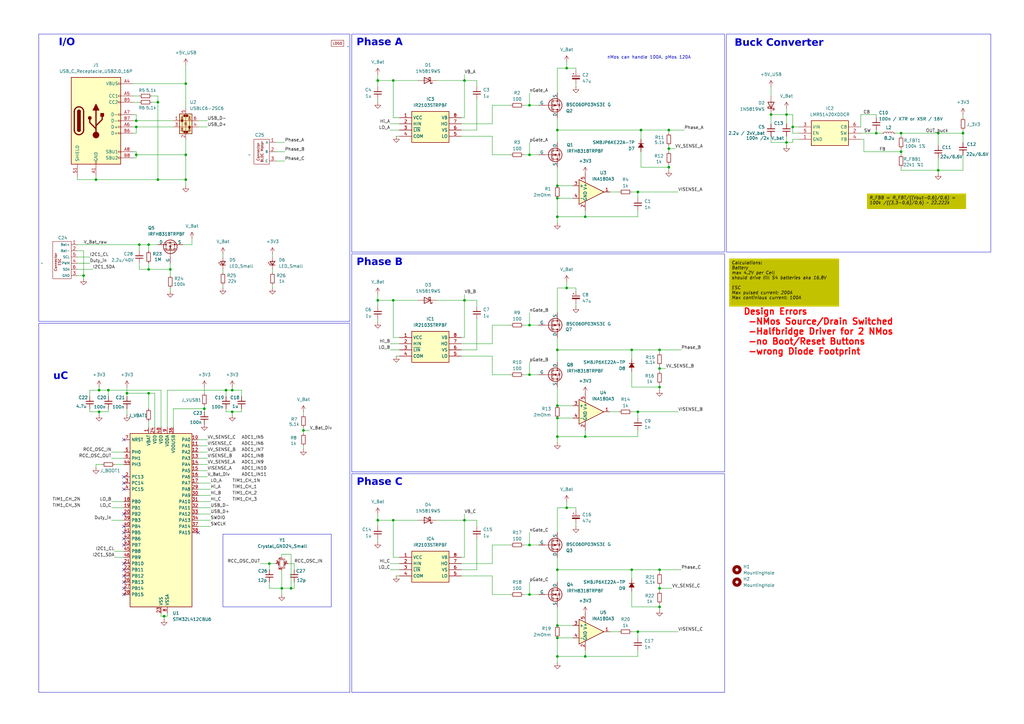
<source format=kicad_sch>
(kicad_sch (version 20250114) (generator "eeschema") (generator_version "9.0")
  (paper "A3")
  (rectangle (start 144.272 104.14) (end 297.18 193.548))
  (rectangle (start 297.942 13.97) (end 406.4 103.378))
  (rectangle (start 15.875 132.588) (end 143.51 283.972))
  (rectangle (start 144.272 194.31) (end 297.18 283.972))
  (rectangle (start 144.272 13.97) (end 297.18 103.378))
  (rectangle (start 15.875 13.97) (end 143.51 131.826))
  (rectangle (start 91.44 219.075) (end 135.89 248.92))
  (text "Phase A" (at 155.702 18.288 0) (effects (font (size 3 3))))
  (text "nMos can handle 100A, pMos 120A" (at 266.192 23.622 0) (effects (font (size 1.27 1.27))))
  (text "Design Errors\n -NMos Source/Drain Switched\n -Halfbridge Driver for 2 NMos\n -no Boot/Reset Buttons\n -wrong Diode Footprint\n\n" (at 304.8 138.176 0) (effects (font (size 2.54 2.54) (thickness 0.508) (bold yes)) (justify left)))
  (text "I/O\n" (at 27.432 18.288 0) (effects (font (size 3 3))))
  (text "Buck Converter" (at 319.532 18.542 0) (effects (font (size 3 3))))
  (text "Phase B" (at 155.702 108.458 0) (effects (font (size 3 3))))
  (text "Phase C" (at 155.702 198.628 0) (effects (font (size 3 3))))
  (text "uC" (at 24.892 155.194 0) (effects (font (size 3 3))))
  (text_box "Calculations:\nBattery\nmax 4.2V per Cell\nshould drive till S4 batteries aka 16,8V\n\nESC\nMax pulsed current: 200A\nMax continious current: 100A\n" (at 299.085 106.045 0) (size 45.085 19.685) (margins 0.9524 0.9524 0.9524 0.9524) (stroke (width -0.0001) (color 255 255 0 1)) (fill (type color) (color 194 194 0 1)) (effects (font (size 1.27 1.27) (italic yes)) (justify left top)))
  (text_box "R_FBB = R_FBT/((Vout-0,6)/0,6) = 100k /((3,3-0,6)/0,6) ~ 22.222k" (at 355.6 79.375 0) (size 40.64 6.35) (margins 0.9524 0.9524 0.9524 0.9524) (stroke (width -0.0001) (color 255 255 0 1)) (fill (type color) (color 194 194 0 1)) (effects (font (size 1.27 1.27) (italic yes)) (justify left top)))
  (junction (at 76.2 63.5))
  (junction (at 95.25 168.91))
  (junction (at 228.6 143.51))
  (junction (at 259.08 233.68))
  (junction (at 60.96 110.49))
  (junction (at 154.94 213.36))
  (junction (at 228.6 261.62))
  (junction (at 76.2 73.66))
  (junction (at 262.89 53.34))
  (junction (at 228.6 81.28))
  (junction (at 240.03 269.24))
  (junction (at 161.29 213.36))
  (junction (at 369.57 54.61))
  (junction (at 217.17 243.84))
  (junction (at 384.81 69.85))
  (junction (at 52.07 161.29))
  (junction (at 92.71 160.02))
  (junction (at 261.62 78.74))
  (junction (at 384.81 54.61))
  (junction (at 228.6 256.54))
  (junction (at 190.5 123.19))
  (junction (at 228.6 179.07))
  (junction (at 240.03 179.07))
  (junction (at 394.97 54.61))
  (junction (at 270.51 241.3))
  (junction (at 64.77 73.66))
  (junction (at 190.5 213.36))
  (junction (at 67.31 252.73))
  (junction (at 232.41 118.11))
  (junction (at 322.58 46.99))
  (junction (at 325.12 52.07))
  (junction (at 115.57 241.3))
  (junction (at 217.17 223.52))
  (junction (at 274.32 53.34))
  (junction (at 55.88 49.53))
  (junction (at 274.32 60.96))
  (junction (at 270.51 143.51))
  (junction (at 119.38 241.3))
  (junction (at 154.94 33.02))
  (junction (at 217.17 133.35))
  (junction (at 217.17 63.5))
  (junction (at 39.37 73.66))
  (junction (at 261.62 168.91))
  (junction (at 228.6 53.34))
  (junction (at 64.77 41.91))
  (junction (at 359.41 54.61))
  (junction (at 232.41 27.94))
  (junction (at 228.6 88.9))
  (junction (at 44.45 160.02))
  (junction (at 40.64 168.91))
  (junction (at 259.08 143.51))
  (junction (at 55.88 52.07))
  (junction (at 228.6 76.2))
  (junction (at 161.29 33.02))
  (junction (at 270.51 233.68))
  (junction (at 270.51 158.75))
  (junction (at 60.96 161.29))
  (junction (at 316.23 46.99))
  (junction (at 69.85 110.49))
  (junction (at 232.41 208.28))
  (junction (at 322.58 58.42))
  (junction (at 110.49 231.14))
  (junction (at 228.6 269.24))
  (junction (at 76.2 34.29))
  (junction (at 228.6 166.37))
  (junction (at 190.5 33.02))
  (junction (at 240.03 88.9))
  (junction (at 270.51 151.13))
  (junction (at 274.32 68.58))
  (junction (at 40.64 160.02))
  (junction (at 124.46 176.53))
  (junction (at 261.62 259.08))
  (junction (at 270.51 248.92))
  (junction (at 60.96 100.33))
  (junction (at 161.29 123.19))
  (junction (at 95.25 160.02))
  (junction (at 34.29 113.03))
  (junction (at 217.17 43.18))
  (junction (at 55.88 63.5))
  (junction (at 154.94 123.19))
  (junction (at 83.82 167.64))
  (junction (at 369.57 62.23))
  (junction (at 228.6 233.68))
  (junction (at 57.15 100.33))
  (junction (at 228.6 171.45))
  (junction (at 217.17 153.67))
  (no_connect (at 50.8 231.14))
  (no_connect (at 81.28 218.44))
  (no_connect (at 50.8 200.66))
  (no_connect (at 50.8 223.52))
  (no_connect (at 50.8 198.12))
  (no_connect (at 50.8 210.82))
  (no_connect (at 50.8 220.98))
  (no_connect (at 50.8 218.44))
  (no_connect (at 50.8 241.3))
  (no_connect (at 50.8 233.68))
  (no_connect (at 50.8 243.84))
  (no_connect (at 50.8 180.34))
  (no_connect (at 50.8 195.58))
  (no_connect (at 50.8 215.9))
  (no_connect (at 50.8 236.22))
  (no_connect (at 50.8 238.76))
  (wire (pts (xy 83.82 168.91) (xy 83.82 167.64)))
  (wire (pts (xy 201.93 133.35) (xy 209.55 133.35)))
  (wire (pts (xy 161.29 213.36) (xy 171.45 213.36)))
  (wire (pts (xy 270.51 158.75) (xy 270.51 157.48)))
  (wire (pts (xy 54.61 52.07) (xy 55.88 52.07)))
  (wire (pts (xy 85.09 187.96) (xy 81.28 187.96)))
  (wire (pts (xy 195.58 130.81) (xy 195.58 143.51)))
  (wire (pts (xy 85.09 180.34) (xy 81.28 180.34)))
  (wire (pts (xy 354.33 62.23) (xy 354.33 57.15)))
  (wire (pts (xy 110.49 231.14) (xy 113.03 231.14)))
  (wire (pts (xy 250.19 259.08) (xy 254 259.08)))
  (wire (pts (xy 325.12 52.07) (xy 327.66 52.07)))
  (wire (pts (xy 40.64 160.02) (xy 44.45 160.02)))
  (wire (pts (xy 262.89 62.23) (xy 262.89 68.58)))
  (wire (pts (xy 195.58 143.51) (xy 189.23 143.51)))
  (wire (pts (xy 270.51 242.57) (xy 270.51 241.3)))
  (wire (pts (xy 228.6 53.34) (xy 262.89 53.34)))
  (wire (pts (xy 316.23 58.42) (xy 316.23 55.88)))
  (wire (pts (xy 240.03 88.9) (xy 240.03 86.36)))
  (wire (pts (xy 34.29 102.87) (xy 31.75 102.87)))
  (wire (pts (xy 228.6 171.45) (xy 234.95 171.45)))
  (wire (pts (xy 262.89 68.58) (xy 274.32 68.58)))
  (wire (pts (xy 124.46 168.91) (xy 124.46 170.18)))
  (wire (pts (xy 250.19 78.74) (xy 254 78.74)))
  (wire (pts (xy 34.29 114.3) (xy 34.29 113.03)))
  (wire (pts (xy 214.63 153.67) (xy 217.17 153.67)))
  (wire (pts (xy 384.81 71.12) (xy 384.81 69.85)))
  (wire (pts (xy 68.58 160.02) (xy 92.71 160.02)))
  (wire (pts (xy 190.5 123.19) (xy 195.58 123.19)))
  (wire (pts (xy 81.28 52.07) (xy 85.09 52.07)))
  (wire (pts (xy 270.51 241.3) (xy 270.51 240.03)))
  (wire (pts (xy 232.41 27.94) (xy 228.6 27.94)))
  (wire (pts (xy 111.76 118.11) (xy 111.76 116.84)))
  (wire (pts (xy 154.94 33.02) (xy 161.29 33.02)))
  (wire (pts (xy 45.72 187.96) (xy 50.8 187.96)))
  (wire (pts (xy 78.74 100.33) (xy 74.93 100.33)))
  (wire (pts (xy 85.09 190.5) (xy 81.28 190.5)))
  (wire (pts (xy 195.58 125.73) (xy 195.58 123.19)))
  (wire (pts (xy 217.17 43.18) (xy 220.98 43.18)))
  (wire (pts (xy 228.6 158.75) (xy 228.6 166.37)))
  (wire (pts (xy 240.03 269.24) (xy 240.03 266.7)))
  (wire (pts (xy 60.96 107.95) (xy 60.96 110.49)))
  (wire (pts (xy 195.58 53.34) (xy 189.23 53.34)))
  (wire (pts (xy 359.41 53.34) (xy 359.41 54.61)))
  (wire (pts (xy 91.44 118.11) (xy 91.44 116.84)))
  (wire (pts (xy 322.58 44.45) (xy 322.58 46.99)))
  (wire (pts (xy 273.05 151.13) (xy 270.51 151.13)))
  (wire (pts (xy 154.94 132.08) (xy 154.94 130.81)))
  (wire (pts (xy 119.38 241.3) (xy 120.65 241.3)))
  (wire (pts (xy 270.51 250.19) (xy 270.51 248.92)))
  (wire (pts (xy 394.97 58.42) (xy 394.97 54.61)))
  (wire (pts (xy 57.15 100.33) (xy 57.15 102.87)))
  (wire (pts (xy 161.29 123.19) (xy 161.29 138.43)))
  (wire (pts (xy 201.93 231.14) (xy 201.93 223.52)))
  (wire (pts (xy 92.71 160.02) (xy 95.25 160.02)))
  (wire (pts (xy 201.93 63.5) (xy 209.55 63.5)))
  (wire (pts (xy 217.17 133.35) (xy 220.98 133.35)))
  (wire (pts (xy 83.82 158.75) (xy 83.82 161.29)))
  (wire (pts (xy 259.08 259.08) (xy 261.62 259.08)))
  (wire (pts (xy 261.62 179.07) (xy 240.03 179.07)))
  (wire (pts (xy 259.08 233.68) (xy 270.51 233.68)))
  (wire (pts (xy 325.12 54.61) (xy 325.12 52.07)))
  (wire (pts (xy 190.5 213.36) (xy 190.5 228.6)))
  (wire (pts (xy 228.6 48.26) (xy 228.6 53.34)))
  (wire (pts (xy 124.46 184.15) (xy 124.46 182.88)))
  (wire (pts (xy 54.61 41.91) (xy 57.15 41.91)))
  (wire (pts (xy 64.77 73.66) (xy 39.37 73.66)))
  (wire (pts (xy 55.88 54.61) (xy 54.61 54.61)))
  (wire (pts (xy 71.12 167.64) (xy 83.82 167.64)))
  (wire (pts (xy 190.5 48.26) (xy 189.23 48.26)))
  (wire (pts (xy 154.94 120.65) (xy 154.94 123.19)))
  (wire (pts (xy 55.88 49.53) (xy 54.61 49.53)))
  (wire (pts (xy 228.6 228.6) (xy 228.6 233.68)))
  (wire (pts (xy 45.72 185.42) (xy 50.8 185.42)))
  (wire (pts (xy 232.41 25.4) (xy 232.41 27.94)))
  (wire (pts (xy 259.08 143.51) (xy 270.51 143.51)))
  (wire (pts (xy 228.6 233.68) (xy 228.6 238.76)))
  (wire (pts (xy 38.1 110.49) (xy 31.75 110.49)))
  (wire (pts (xy 201.93 243.84) (xy 209.55 243.84)))
  (wire (pts (xy 228.6 118.11) (xy 228.6 128.27)))
  (wire (pts (xy 394.97 53.34) (xy 394.97 54.61)))
  (wire (pts (xy 92.71 160.02) (xy 92.71 162.56)))
  (wire (pts (xy 40.64 158.75) (xy 40.64 160.02)))
  (wire (pts (xy 261.62 176.53) (xy 261.62 179.07)))
  (wire (pts (xy 236.22 29.21) (xy 236.22 27.94)))
  (wire (pts (xy 189.23 231.14) (xy 201.93 231.14)))
  (wire (pts (xy 160.02 231.14) (xy 163.83 231.14)))
  (wire (pts (xy 86.36 203.2) (xy 81.28 203.2)))
  (wire (pts (xy 91.44 104.14) (xy 91.44 105.41)))
  (wire (pts (xy 232.41 115.57) (xy 232.41 118.11)))
  (wire (pts (xy 195.58 233.68) (xy 189.23 233.68)))
  (wire (pts (xy 154.94 41.91) (xy 154.94 40.64)))
  (wire (pts (xy 261.62 259.08) (xy 261.62 261.62)))
  (wire (pts (xy 190.5 213.36) (xy 195.58 213.36)))
  (wire (pts (xy 161.29 33.02) (xy 171.45 33.02)))
  (wire (pts (xy 369.57 63.5) (xy 369.57 62.23)))
  (wire (pts (xy 270.51 248.92) (xy 270.51 247.65)))
  (wire (pts (xy 68.58 252.73) (xy 67.31 252.73)))
  (wire (pts (xy 195.58 35.56) (xy 195.58 33.02)))
  (wire (pts (xy 154.94 35.56) (xy 154.94 33.02)))
  (wire (pts (xy 39.37 73.66) (xy 31.75 73.66)))
  (wire (pts (xy 214.63 133.35) (xy 217.17 133.35)))
  (wire (pts (xy 160.02 50.8) (xy 163.83 50.8)))
  (wire (pts (xy 179.07 33.02) (xy 190.5 33.02)))
  (wire (pts (xy 85.09 193.04) (xy 81.28 193.04)))
  (wire (pts (xy 60.96 110.49) (xy 69.85 110.49)))
  (wire (pts (xy 52.07 161.29) (xy 60.96 161.29)))
  (wire (pts (xy 369.57 62.23) (xy 369.57 60.96)))
  (wire (pts (xy 228.6 208.28) (xy 228.6 218.44)))
  (wire (pts (xy 262.89 53.34) (xy 262.89 57.15)))
  (wire (pts (xy 46.99 190.5) (xy 50.8 190.5)))
  (wire (pts (xy 232.41 27.94) (xy 236.22 27.94)))
  (wire (pts (xy 261.62 168.91) (xy 261.62 171.45)))
  (wire (pts (xy 189.23 55.88) (xy 201.93 55.88)))
  (wire (pts (xy 64.77 39.37) (xy 64.77 41.91)))
  (wire (pts (xy 228.6 143.51) (xy 259.08 143.51)))
  (wire (pts (xy 52.07 170.18) (xy 52.07 167.64)))
  (wire (pts (xy 262.89 53.34) (xy 274.32 53.34)))
  (wire (pts (xy 270.51 160.02) (xy 270.51 158.75)))
  (wire (pts (xy 40.64 168.91) (xy 36.83 168.91)))
  (wire (pts (xy 86.36 210.82) (xy 81.28 210.82)))
  (wire (pts (xy 236.22 215.9) (xy 236.22 214.63)))
  (wire (pts (xy 40.64 170.18) (xy 40.64 168.91)))
  (wire (pts (xy 161.29 48.26) (xy 163.83 48.26)))
  (wire (pts (xy 228.6 179.07) (xy 240.03 179.07)))
  (wire (pts (xy 270.51 233.68) (xy 279.4 233.68)))
  (wire (pts (xy 110.49 241.3) (xy 115.57 241.3)))
  (wire (pts (xy 115.57 227.33) (xy 119.38 227.33)))
  (wire (pts (xy 236.22 209.55) (xy 236.22 208.28)))
  (wire (pts (xy 232.41 118.11) (xy 228.6 118.11)))
  (wire (pts (xy 322.58 58.42) (xy 325.12 58.42)))
  (wire (pts (xy 275.59 241.3) (xy 270.51 241.3)))
  (wire (pts (xy 322.58 59.69) (xy 322.58 58.42)))
  (wire (pts (xy 86.36 200.66) (xy 81.28 200.66)))
  (wire (pts (xy 161.29 213.36) (xy 161.29 228.6)))
  (wire (pts (xy 228.6 27.94) (xy 228.6 38.1)))
  (wire (pts (xy 201.93 43.18) (xy 209.55 43.18)))
  (wire (pts (xy 81.28 213.36) (xy 86.36 213.36)))
  (wire (pts (xy 120.65 231.14) (xy 120.65 233.68)))
  (wire (pts (xy 54.61 46.99) (xy 55.88 46.99)))
  (wire (pts (xy 232.41 208.28) (xy 228.6 208.28)))
  (wire (pts (xy 111.76 111.76) (xy 111.76 110.49)))
  (wire (pts (xy 232.41 118.11) (xy 236.22 118.11)))
  (wire (pts (xy 95.25 168.91) (xy 99.06 168.91)))
  (wire (pts (xy 76.2 26.67) (xy 76.2 34.29)))
  (wire (pts (xy 322.58 46.99) (xy 322.58 50.8)))
  (wire (pts (xy 86.36 205.74) (xy 81.28 205.74)))
  (wire (pts (xy 161.29 33.02) (xy 161.29 48.26)))
  (wire (pts (xy 179.07 213.36) (xy 190.5 213.36)))
  (wire (pts (xy 34.29 102.87) (xy 34.29 113.03)))
  (wire (pts (xy 34.29 113.03) (xy 31.75 113.03)))
  (wire (pts (xy 91.44 111.76) (xy 91.44 110.49)))
  (wire (pts (xy 81.28 49.53) (xy 85.09 49.53)))
  (wire (pts (xy 55.88 63.5) (xy 55.88 64.77)))
  (wire (pts (xy 60.96 161.29) (xy 63.5 161.29)))
  (wire (pts (xy 160.02 143.51) (xy 163.83 143.51)))
  (wire (pts (xy 228.6 88.9) (xy 240.03 88.9)))
  (wire (pts (xy 106.68 231.14) (xy 110.49 231.14)))
  (wire (pts (xy 85.09 182.88) (xy 81.28 182.88)))
  (wire (pts (xy 384.81 54.61) (xy 394.97 54.61)))
  (wire (pts (xy 214.63 63.5) (xy 217.17 63.5)))
  (wire (pts (xy 232.41 205.74) (xy 232.41 208.28)))
  (wire (pts (xy 189.23 236.22) (xy 201.93 236.22)))
  (wire (pts (xy 160.02 233.68) (xy 163.83 233.68)))
  (wire (pts (xy 217.17 58.42) (xy 217.17 63.5)))
  (wire (pts (xy 190.5 138.43) (xy 189.23 138.43)))
  (wire (pts (xy 195.58 215.9) (xy 195.58 213.36)))
  (wire (pts (xy 261.62 259.08) (xy 278.13 259.08)))
  (wire (pts (xy 46.99 226.06) (xy 50.8 226.06)))
  (wire (pts (xy 86.36 198.12) (xy 81.28 198.12)))
  (wire (pts (xy 359.41 46.99) (xy 359.41 48.26)))
  (wire (pts (xy 62.23 41.91) (xy 64.77 41.91)))
  (wire (pts (xy 55.88 62.23) (xy 55.88 63.5)))
  (wire (pts (xy 81.28 215.9) (xy 86.36 215.9)))
  (wire (pts (xy 214.63 243.84) (xy 217.17 243.84)))
  (wire (pts (xy 384.81 54.61) (xy 384.81 59.69)))
  (wire (pts (xy 99.06 162.56) (xy 99.06 160.02)))
  (wire (pts (xy 322.58 55.88) (xy 322.58 58.42)))
  (wire (pts (xy 60.96 100.33) (xy 64.77 100.33)))
  (wire (pts (xy 60.96 172.72) (xy 60.96 175.26)))
  (wire (pts (xy 57.15 107.95) (xy 57.15 110.49)))
  (wire (pts (xy 236.22 125.73) (xy 236.22 124.46)))
  (wire (pts (xy 384.81 69.85) (xy 394.97 69.85)))
  (wire (pts (xy 261.62 78.74) (xy 278.13 78.74)))
  (wire (pts (xy 316.23 58.42) (xy 322.58 58.42)))
  (wire (pts (xy 261.62 78.74) (xy 261.62 81.28)))
  (wire (pts (xy 190.5 120.65) (xy 190.5 123.19)))
  (wire (pts (xy 359.41 54.61) (xy 353.06 54.61)))
  (wire (pts (xy 154.94 123.19) (xy 161.29 123.19)))
  (wire (pts (xy 52.07 158.75) (xy 52.07 161.29)))
  (wire (pts (xy 124.46 175.26) (xy 124.46 176.53)))
  (wire (pts (xy 64.77 41.91) (xy 64.77 73.66)))
  (wire (pts (xy 76.2 73.66) (xy 64.77 73.66)))
  (wire (pts (xy 217.17 63.5) (xy 220.98 63.5)))
  (wire (pts (xy 60.96 100.33) (xy 60.96 102.87)))
  (wire (pts (xy 44.45 160.02) (xy 66.04 160.02)))
  (wire (pts (xy 92.71 167.64) (xy 92.71 168.91)))
  (wire (pts (xy 179.07 123.19) (xy 190.5 123.19)))
  (wire (pts (xy 189.23 140.97) (xy 201.93 140.97)))
  (wire (pts (xy 259.08 147.32) (xy 259.08 143.51)))
  (wire (pts (xy 316.23 50.8) (xy 316.23 46.99)))
  (wire (pts (xy 39.37 72.39) (xy 39.37 73.66)))
  (wire (pts (xy 190.5 210.82) (xy 190.5 213.36)))
  (wire (pts (xy 270.51 144.78) (xy 270.51 143.51)))
  (wire (pts (xy 228.6 143.51) (xy 228.6 148.59)))
  (wire (pts (xy 55.88 46.99) (xy 55.88 49.53)))
  (wire (pts (xy 250.19 168.91) (xy 254 168.91)))
  (wire (pts (xy 201.93 153.67) (xy 209.55 153.67)))
  (wire (pts (xy 110.49 241.3) (xy 110.49 238.76)))
  (wire (pts (xy 118.11 231.14) (xy 120.65 231.14)))
  (wire (pts (xy 160.02 53.34) (xy 163.83 53.34)))
  (wire (pts (xy 228.6 233.68) (xy 259.08 233.68)))
  (wire (pts (xy 369.57 55.88) (xy 369.57 54.61)))
  (wire (pts (xy 111.76 104.14) (xy 111.76 105.41)))
  (wire (pts (xy 39.37 190.5) (xy 41.91 190.5)))
  (wire (pts (xy 119.38 227.33) (xy 119.38 241.3)))
  (wire (pts (xy 214.63 43.18) (xy 217.17 43.18)))
  (wire (pts (xy 189.23 146.05) (xy 201.93 146.05)))
  (wire (pts (xy 95.25 158.75) (xy 95.25 160.02)))
  (wire (pts (xy 217.17 128.27) (xy 217.17 133.35)))
  (wire (pts (xy 67.31 252.73) (xy 66.04 252.73)))
  (wire (pts (xy 228.6 179.07) (xy 228.6 171.45)))
  (wire (pts (xy 68.58 175.26) (xy 68.58 160.02)))
  (wire (pts (xy 217.17 148.59) (xy 217.17 153.67)))
  (wire (pts (xy 195.58 220.98) (xy 195.58 233.68)))
  (wire (pts (xy 45.72 208.28) (xy 50.8 208.28)))
  (wire (pts (xy 354.33 62.23) (xy 369.57 62.23)))
  (wire (pts (xy 31.75 100.33) (xy 57.15 100.33)))
  (wire (pts (xy 162.56 55.88) (xy 163.83 55.88)))
  (wire (pts (xy 83.82 167.64) (xy 83.82 166.37)))
  (wire (pts (xy 46.99 228.6) (xy 50.8 228.6)))
  (wire (pts (xy 316.23 35.56) (xy 316.23 39.37)))
  (wire (pts (xy 240.03 179.07) (xy 240.03 176.53)))
  (wire (pts (xy 394.97 69.85) (xy 394.97 63.5)))
  (wire (pts (xy 261.62 88.9) (xy 240.03 88.9)))
  (wire (pts (xy 190.5 123.19) (xy 190.5 138.43)))
  (wire (pts (xy 270.51 143.51) (xy 279.4 143.51)))
  (wire (pts (xy 228.6 269.24) (xy 240.03 269.24)))
  (wire (pts (xy 228.6 248.92) (xy 228.6 256.54)))
  (wire (pts (xy 44.45 162.56) (xy 44.45 160.02)))
  (wire (pts (xy 259.08 242.57) (xy 259.08 248.92)))
  (wire (pts (xy 261.62 86.36) (xy 261.62 88.9)))
  (wire (pts (xy 115.57 241.3) (xy 119.38 241.3)))
  (wire (pts (xy 161.29 138.43) (xy 163.83 138.43)))
  (wire (pts (xy 39.37 190.5) (xy 39.37 191.77)))
  (wire (pts (xy 201.93 223.52) (xy 209.55 223.52)))
  (wire (pts (xy 274.32 53.34) (xy 280.67 53.34)))
  (wire (pts (xy 190.5 30.48) (xy 190.5 33.02)))
  (wire (pts (xy 274.32 69.85) (xy 274.32 68.58)))
  (wire (pts (xy 261.62 266.7) (xy 261.62 269.24)))
  (wire (pts (xy 325.12 58.42) (xy 325.12 57.15)))
  (wire (pts (xy 36.83 168.91) (xy 36.83 167.64)))
  (wire (pts (xy 99.06 168.91) (xy 99.06 167.64)))
  (wire (pts (xy 57.15 110.49) (xy 60.96 110.49)))
  (wire (pts (xy 67.31 252.73) (xy 67.31 254)))
  (wire (pts (xy 228.6 271.78) (xy 228.6 269.24)))
  (wire (pts (xy 154.94 213.36) (xy 161.29 213.36)))
  (wire (pts (xy 113.03 58.42) (xy 116.84 58.42)))
  (wire (pts (xy 190.5 228.6) (xy 189.23 228.6)))
  (wire (pts (xy 36.83 107.95) (xy 31.75 107.95)))
  (wire (pts (xy 60.96 161.29) (xy 60.96 167.64)))
  (wire (pts (xy 228.6 256.54) (xy 234.95 256.54)))
  (wire (pts (xy 322.58 46.99) (xy 325.12 46.99)))
  (wire (pts (xy 316.23 46.99) (xy 322.58 46.99)))
  (wire (pts (xy 189.23 50.8) (xy 201.93 50.8)))
  (wire (pts (xy 92.71 168.91) (xy 95.25 168.91)))
  (wire (pts (xy 162.56 236.22) (xy 163.83 236.22)))
  (wire (pts (xy 69.85 110.49) (xy 69.85 113.03)))
  (wire (pts (xy 154.94 210.82) (xy 154.94 213.36)))
  (wire (pts (xy 201.93 50.8) (xy 201.93 43.18)))
  (wire (pts (xy 369.57 54.61) (xy 367.03 54.61)))
  (wire (pts (xy 54.61 34.29) (xy 76.2 34.29)))
  (wire (pts (xy 259.08 248.92) (xy 270.51 248.92)))
  (wire (pts (xy 45.72 213.36) (xy 50.8 213.36)))
  (wire (pts (xy 228.6 81.28) (xy 234.95 81.28)))
  (wire (pts (xy 228.6 181.61) (xy 228.6 179.07)))
  (wire (pts (xy 274.32 60.96) (xy 274.32 59.69)))
  (wire (pts (xy 259.08 78.74) (xy 261.62 78.74)))
  (wire (pts (xy 228.6 261.62) (xy 234.95 261.62)))
  (wire (pts (xy 52.07 162.56) (xy 52.07 161.29)))
  (wire (pts (xy 76.2 63.5) (xy 76.2 57.15)))
  (wire (pts (xy 259.08 233.68) (xy 259.08 237.49)))
  (wire (pts (xy 55.88 52.07) (xy 55.88 54.61)))
  (wire (pts (xy 369.57 54.61) (xy 384.81 54.61)))
  (wire (pts (xy 54.61 62.23) (xy 55.88 62.23)))
  (wire (pts (xy 201.93 146.05) (xy 201.93 153.67)))
  (wire (pts (xy 160.02 140.97) (xy 163.83 140.97)))
  (wire (pts (xy 359.41 54.61) (xy 361.95 54.61)))
  (wire (pts (xy 95.25 168.91) (xy 95.25 170.18)))
  (wire (pts (xy 217.17 153.67) (xy 220.98 153.67)))
  (wire (pts (xy 232.41 208.28) (xy 236.22 208.28)))
  (wire (pts (xy 85.09 185.42) (xy 81.28 185.42)))
  (wire (pts (xy 228.6 138.43) (xy 228.6 143.51)))
  (wire (pts (xy 259.08 158.75) (xy 270.51 158.75)))
  (wire (pts (xy 274.32 68.58) (xy 274.32 67.31)))
  (wire (pts (xy 154.94 125.73) (xy 154.94 123.19)))
  (wire (pts (xy 31.75 73.66) (xy 31.75 72.39)))
  (wire (pts (xy 36.83 160.02) (xy 40.64 160.02)))
  (wire (pts (xy 113.03 62.23) (xy 116.84 62.23)))
  (wire (pts (xy 115.57 241.3) (xy 115.57 243.84)))
  (wire (pts (xy 68.58 252.73) (xy 68.58 251.46)))
  (wire (pts (xy 228.6 91.44) (xy 228.6 88.9)))
  (wire (pts (xy 45.72 205.74) (xy 50.8 205.74)))
  (wire (pts (xy 44.45 168.91) (xy 44.45 167.64)))
  (wire (pts (xy 274.32 62.23) (xy 274.32 60.96)))
  (wire (pts (xy 228.6 68.58) (xy 228.6 76.2)))
  (wire (pts (xy 69.85 118.11) (xy 69.85 119.38)))
  (wire (pts (xy 85.09 195.58) (xy 81.28 195.58)))
  (wire (pts (xy 228.6 53.34) (xy 228.6 58.42)))
  (wire (pts (xy 353.06 46.99) (xy 359.41 46.99)))
  (wire (pts (xy 228.6 88.9) (xy 228.6 81.28)))
  (wire (pts (xy 81.28 208.28) (xy 86.36 208.28)))
  (wire (pts (xy 154.94 30.48) (xy 154.94 33.02)))
  (wire (pts (xy 66.04 252.73) (xy 66.04 251.46)))
  (wire (pts (xy 201.93 236.22) (xy 201.93 243.84)))
  (wire (pts (xy 154.94 222.25) (xy 154.94 220.98)))
  (wire (pts (xy 195.58 40.64) (xy 195.58 53.34)))
  (wire (pts (xy 270.51 151.13) (xy 270.51 149.86)))
  (wire (pts (xy 190.5 33.02) (xy 195.58 33.02)))
  (wire (pts (xy 78.74 97.79) (xy 78.74 100.33)))
  (wire (pts (xy 354.33 57.15) (xy 353.06 57.15)))
  (wire (pts (xy 127 176.53) (xy 124.46 176.53)))
  (wire (pts (xy 228.6 269.24) (xy 228.6 261.62)))
  (wire (pts (xy 201.93 55.88) (xy 201.93 63.5)))
  (wire (pts (xy 57.15 39.37) (xy 54.61 39.37)))
  (wire (pts (xy 261.62 168.91) (xy 278.13 168.91)))
  (wire (pts (xy 236.22 35.56) (xy 236.22 34.29)))
  (wire (pts (xy 325.12 57.15) (xy 327.66 57.15)))
  (wire (pts (xy 270.51 234.95) (xy 270.51 233.68)))
  (wire (pts (xy 115.57 233.68) (xy 115.57 241.3)))
  (wire (pts (xy 40.64 168.91) (xy 44.45 168.91)))
  (wire (pts (xy 259.08 152.4) (xy 259.08 158.75)))
  (wire (pts (xy 261.62 269.24) (xy 240.03 269.24)))
  (wire (pts (xy 217.17 223.52) (xy 220.98 223.52)))
  (wire (pts (xy 228.6 76.2) (xy 234.95 76.2)))
  (wire (pts (xy 162.56 146.05) (xy 163.83 146.05)))
  (wire (pts (xy 325.12 46.99) (xy 325.12 52.07)))
  (wire (pts (xy 55.88 63.5) (xy 76.2 63.5)))
  (wire (pts (xy 66.04 160.02) (xy 66.04 175.26)))
  (wire (pts (xy 55.88 64.77) (xy 54.61 64.77)))
  (wire (pts (xy 214.63 223.52) (xy 217.17 223.52)))
  (wire (pts (xy 124.46 176.53) (xy 124.46 177.8)))
  (wire (pts (xy 276.86 60.96) (xy 274.32 60.96)))
  (wire (pts (xy 69.85 107.95) (xy 69.85 110.49)))
  (wire (pts (xy 154.94 215.9) (xy 154.94 213.36)))
  (wire (pts (xy 36.83 162.56) (xy 36.83 160.02)))
  (wire (pts (xy 113.03 66.04) (xy 116.84 66.04)))
  (wire (pts (xy 270.51 152.4) (xy 270.51 151.13)))
  (wire (pts (xy 217.17 238.76) (xy 217.17 243.84)))
  (wire (pts (xy 217.17 218.44) (xy 217.17 223.52)))
  (wire (pts (xy 369.57 69.85) (xy 384.81 69.85)))
  (wire (pts (xy 217.17 38.1) (xy 217.17 43.18)))
  (wire (pts (xy 190.5 33.02) (xy 190.5 48.26)))
  (wire (pts (xy 63.5 161.29) (xy 63.5 175.26)))
  (wire (pts (xy 394.97 46.99) (xy 394.97 48.26)))
  (wire (pts (xy 57.15 100.33) (xy 60.96 100.33)))
  (wire (pts (xy 55.88 52.07) (xy 71.12 52.07)))
  (wire (pts (xy 36.83 105.41) (xy 31.75 105.41)))
  (wire (pts (xy 274.32 53.34) (xy 274.32 54.61)))
  (wire (pts (xy 369.57 69.85) (xy 369.57 68.58)))
  (wire (pts (xy 110.49 231.14) (xy 110.49 233.68)))
  (wire (pts (xy 353.06 52.07) (xy 353.06 46.99)))
  (wire (pts (xy 327.66 54.61) (xy 325.12 54.61)))
  (wire (pts (xy 62.23 39.37) (xy 64.77 39.37)))
  (wire (pts (xy 71.12 167.64) (xy 71.12 175.26)))
  (wire (pts (xy 384.81 64.77) (xy 384.81 69.85)))
  (wire (pts (xy 95.25 160.02) (xy 99.06 160.02)))
  (wire (pts (xy 115.57 228.6) (xy 115.57 227.33)))
  (wire (pts (xy 228.6 166.37) (xy 234.95 166.37)))
  (wire (pts (xy 259.08 168.91) (xy 261.62 168.91)))
  (wire (pts (xy 120.65 241.3) (xy 120.65 238.76)))
  (wire (pts (xy 161.29 123.19) (xy 171.45 123.19)))
  (wire (pts (xy 236.22 119.38) (xy 236.22 118.11)))
  (wire (pts (xy 76.2 76.2) (xy 76.2 73.66)))
  (wire (pts (xy 71.12 49.53) (xy 55.88 49.53)))
  (wire (pts (xy 76.2 34.29) (xy 76.2 44.45)))
  (wire (pts (xy 217.17 243.84) (xy 220.98 243.84)))
  (wire (pts (xy 201.93 140.97) (xy 201.93 133.35)))
  (wire (pts (xy 76.2 73.66) (xy 76.2 63.5)))
  (wire (pts (xy 161.29 228.6) (xy 163.83 228.6)))
  (label "RCC_OSC_OUT" (at 45.72 187.96 180))
  (label "TIM1_CH_1N" (at 95.25 198.12 0))
  (label "ADC1_IN9" (at 99.06 190.5 0))
  (label "LO_A" (at 160.02 53.34 180))
  (label "V_Bat_Div" (at 127 176.53 0))
  (label "VISENSE_C" (at 85.09 182.88 0))
  (label "SWDIO" (at 86.36 213.36 0))
  (label "RCC_OSC_IN" (at 120.65 231.14 0))
  (label "VB_C" (at 190.5 210.82 0))
  (label "VV_SENSE_C" (at 85.09 180.34 0))
  (label "VV_SENSE_A" (at 276.86 60.96 0))
  (label "I2C1_SDA" (at 38.1 110.49 0))
  (label "pGate_A" (at 217.17 58.42 0))
  (label "Duty_in" (at 45.72 213.36 180))
  (label "Hi_B" (at 160.02 140.97 180))
  (label "nGate_A" (at 217.17 38.1 0))
  (label "Phase_C" (at 279.4 233.68 0))
  (label "OUT_buck" (at 379.73 54.61 0))
  (label "ADC1_IN7" (at 99.06 185.42 0))
  (label "LO_B" (at 160.02 143.51 180))
  (label "pGate_B" (at 217.17 148.59 0))
  (label "ADC1_IN10" (at 99.06 193.04 0))
  (label "ADC1_IN8" (at 99.06 187.96 0))
  (label "VV_SENSE_B" (at 85.09 185.42 0))
  (label "I2C1_CL" (at 36.83 105.41 0))
  (label "Phase_C" (at 116.84 66.04 0))
  (label "Phase_A" (at 116.84 58.42 0))
  (label "I2C1_SDA" (at 46.99 228.6 180))
  (label "Hi_A" (at 86.36 200.66 0))
  (label "USB_D+" (at 85.09 52.07 0))
  (label "VB_A" (at 190.5 30.48 0))
  (label "VV_SENSE_C" (at 275.59 241.3 0))
  (label "Hi_A" (at 160.02 50.8 180))
  (label "LO_C" (at 45.72 208.28 180))
  (label "VISENSE_C" (at 278.13 259.08 0))
  (label "ADC1_IN6" (at 99.06 182.88 0))
  (label "USB_D-" (at 85.09 49.53 0))
  (label "VV_SENSE_B" (at 273.05 151.13 0))
  (label "SW" (at 354.33 54.61 0))
  (label "V_Bat_Div" (at 85.09 195.58 0))
  (label "TIM1_CH_2" (at 95.25 203.2 0))
  (label "RCC_OSC_OUT" (at 106.68 231.14 180))
  (label "V_Bat_raw" (at 34.29 100.33 0))
  (label "I2C1_CL" (at 46.99 226.06 180))
  (label "USB_D-" (at 86.36 208.28 0))
  (label "Hi_B" (at 86.36 203.2 0))
  (label "TIM1_CH_3" (at 95.25 205.74 0))
  (label "TIM1_CH_1" (at 95.25 200.66 0))
  (label "Phase_B" (at 116.84 62.23 0))
  (label "RCC_OSC_IN" (at 45.72 185.42 180))
  (label "nGate_B" (at 217.17 128.27 0))
  (label "LO_C" (at 160.02 233.68 180))
  (label "LO_B" (at 45.72 205.74 180))
  (label "TIM1_CH_2N" (at 33.02 205.74 180))
  (label "ADC1_IN5" (at 99.06 180.34 0))
  (label "TIM1_CH_3N" (at 33.02 208.28 180))
  (label "pGate_C" (at 217.17 238.76 0))
  (label "Phase_B" (at 279.4 143.51 0))
  (label "LO_A" (at 86.36 198.12 0))
  (label "HI_C" (at 86.36 205.74 0))
  (label "VISENSE_B" (at 278.13 168.91 0))
  (label "VISENSE_A" (at 278.13 78.74 0))
  (label "SWCLK" (at 86.36 215.9 0))
  (label "VV_SENSE_A" (at 85.09 190.5 0))
  (label "VISENSE_A" (at 85.09 193.04 0))
  (label "CB" (at 354.0955 46.99 0))
  (label "ADC1_IN11" (at 99.06 195.58 0))
  (label "HI_C" (at 160.02 231.14 180))
  (label "Duty_in" (at 36.83 107.95 0))
  (label "VB_B" (at 190.5 120.65 0))
  (label "Phase_A" (at 280.67 53.34 0))
  (label "FB" (at 360.68 62.23 0))
  (label "USB_D+" (at 86.36 210.82 0))
  (label "VISENSE_B" (at 85.09 187.96 0))
  (label "nGate_C" (at 217.17 218.44 0))
  (symbol (lib_id "Device:R_Small") (at 256.54 259.08 270) (unit 1)
    (property "Reference" "R20" (at 256.54 254 90))
    (property "Value" "1k" (at 256.54 256.54 90))
    (property "Footprint" "Resistor_SMD:R_0603_1608Metric" (effects (hide yes)))
    (property "Description" "Resistor, small symbol" (effects (hide yes)))
  )
  (symbol (lib_id "power:+6V") (at 91.44 104.14 0) (unit 1)
    (property "Reference" "#PWR044" (effects (hide yes)))
    (property "Value" "V_Bat" (at 91.44 99.06 0))
    (property "Description" "Power symbol creates a global label with name \"+6V\"" (effects (hide yes)))
  )
  (symbol (lib_id "power:GND") (at 115.57 243.84 0) (unit 1)
    (property "Reference" "#PWR045" (effects (hide yes)))
    (property "Value" "GND" (effects (hide yes)))
    (property "Description" "Power symbol creates a global label with name \"GND\" , ground" (effects (hide yes)))
  )
  (symbol (lib_id "power:GND") (at 162.56 236.22 0) (unit 1)
    (property "Reference" "#PWR028" (effects (hide yes)))
    (property "Value" "GND" (effects (hide yes)))
    (property "Description" "Power symbol creates a global label with name \"GND\" , ground" (effects (hide yes)))
  )
  (symbol (lib_id "power:GND") (at 154.94 41.91 0) (unit 1)
    (property "Reference" "#PWR06" (effects (hide yes)))
    (property "Value" "GND" (effects (hide yes)))
    (property "Description" "Power symbol creates a global label with name \"GND\" , ground" (effects (hide yes)))
  )
  (symbol (lib_id "Device:C_Small") (at 154.94 38.1 0) (mirror x) (unit 1)
    (property "Reference" "C4" (at 152.4 36.8235 0) (effects (justify right)))
    (property "Value" "1u" (at 152.4 39.3635 0) (effects (justify right)))
    (property "Footprint" "Capacitor_SMD:C_0603_1608Metric" (effects (hide yes)))
    (property "Description" "Unpolarized capacitor, small symbol" (effects (hide yes)))
  )
  (symbol (lib_id "Device:R_Small") (at 44.45 190.5 270) (unit 1)
    (property "Reference" "J_BOOT1" (at 45.212 193.04 90))
    (property "Value" "0" (effects (hide yes)))
    (property "Footprint" "Resistor_SMD:R_0603_1608Metric" (effects (hide yes)))
    (property "Description" "Resistor, small symbol" (effects (hide yes)))
  )
  (symbol (lib_id "power:+3V3") (at 111.76 104.14 0) (unit 1)
    (property "Reference" "#PWR051" (effects (hide yes)))
    (property "Value" "+3V3" (at 111.76 99.06 0))
    (property "Description" "Power symbol creates a global label with name \"+3V3\"" (effects (hide yes)))
  )
  (symbol (lib_id "Device:R_Small") (at 256.54 168.91 270) (unit 1)
    (property "Reference" "R14" (at 256.54 163.83 90))
    (property "Value" "1k" (at 256.54 166.37 90))
    (property "Footprint" "Resistor_SMD:R_0603_1608Metric" (effects (hide yes)))
    (property "Description" "Resistor, small symbol" (effects (hide yes)))
  )
  (symbol (lib_id "Device:LED_Small") (at 91.44 107.95 90) (unit 1)
    (property "Reference" "D5" (at 93.98 106.6164 90) (effects (justify right)))
    (property "Value" "LED_Small" (at 93.98 109.1564 90) (effects (justify right)))
    (property "Footprint" "LED_SMD:LED_0603_1608Metric" (effects (hide yes)))
    (property "Description" "Light emitting diode, small symbol" (effects (hide yes)))
  )
  (symbol (lib_id "ESC_Library:LMR51420XDDCR") (at 327.66 52.07 0) (unit 1)
    (property "Reference" "IC2" (at 340.36 44.45 0))
    (property "Value" "LMR51420XDDCR" (at 340.36 46.99 0))
    (property "Footprint" "SOT95P280X110-6N" (effects (hide yes)))
    (property "Datasheet" "https://www.ti.com/lit/ds/symlink/lmr51420.pdf?ts=1663231243064" (effects (hide yes)))
    (property "Description" "Switching Voltage Regulators SIMPLE SWITCHER power converter 4.5-V to 36-V, 2-A, synchronous buck with 40-uA IQ" (effects (hide yes)))
    (property "Height" "1.1" (effects (hide yes)))
    (property "Mouser Part Number" "595-LMR51420XDDCR" (effects (hide yes)))
    (property "Mouser Price/Stock" "https://www.mouser.co.uk/ProductDetail/Texas-Instruments/LMR51420XDDCR?qs=vvQtp7zwQdN6fBqQU4azxw%3D%3D" (effects (hide yes)))
    (property "Manufacturer_Name" "Texas Instruments" (effects (hide yes)))
    (property "Manufacturer_Part_Number" "LMR51420XDDCR" (effects (hide yes)))
  )
  (symbol (lib_id "Device:R_Small") (at 256.54 78.74 270) (unit 1)
    (property "Reference" "R4" (at 256.54 73.66 90))
    (property "Value" "1k" (at 256.54 76.2 90))
    (property "Footprint" "Resistor_SMD:R_0603_1608Metric" (effects (hide yes)))
    (property "Description" "Resistor, small symbol" (effects (hide yes)))
  )
  (symbol (lib_id "Device:C_Small") (at 110.49 236.22 0) (mirror x) (unit 1)
    (property "Reference" "C26" (at 109.728 234.188 0) (effects (justify right)))
    (property "Value" "12p" (at 109.474 237.998 0) (effects (justify right)))
    (property "Footprint" "Capacitor_SMD:C_0402_1005Metric" (effects (hide yes)))
    (property "Description" "Unpolarized capacitor, small symbol" (effects (hide yes)))
  )
  (symbol (lib_id "power:GND") (at 236.22 215.9 0) (mirror y) (unit 1)
    (property "Reference" "#PWR031" (effects (hide yes)))
    (property "Value" "GND" (effects (hide yes)))
    (property "Description" "Power symbol creates a global label with name \"GND\" , ground" (effects (hide yes)))
  )
  (symbol (lib_id "power:+3V3") (at 95.25 158.75 0) (unit 1)
    (property "Reference" "#PWR041" (effects (hide yes)))
    (property "Value" "+3V3" (at 95.25 153.67 0))
    (property "Description" "Power symbol creates a global label with name \"+3V3\"" (effects (hide yes)))
  )
  (symbol (lib_id "Diode:1N5819WS") (at 175.26 213.36 180) (unit 1)
    (property "Reference" "D4" (at 175.5775 207.01 0))
    (property "Value" "1N5819WS" (at 175.5775 209.55 0))
    (property "Footprint" "Diode_SMD:D_SOD-323" (effects (hide yes)))
    (property "Datasheet" "https://datasheet.lcsc.com/lcsc/2204281430_Guangdong-Hottech-1N5819WS_C191023.pdf" (effects (hide yes)))
    (property "Description" "40V 600mV@1A 1A SOD-323 Schottky Barrier Diodes, SOD-323" (effects (hide yes)))
  )
  (symbol (lib_id "Device:C_Small") (at 99.06 165.1 0) (mirror x) (unit 1)
    (property "Reference" "C18" (at 98.298 163.068 0) (effects (justify right)))
    (property "Value" "1u" (at 97.79 166.624 0) (effects (justify right)))
    (property "Footprint" "Capacitor_SMD:C_0603_1608Metric" (effects (hide yes)))
    (property "Description" "Unpolarized capacitor, small symbol" (effects (hide yes)))
  )
  (symbol (lib_id "Mechanical:MountingHole") (at 302.26 238.76 0) (unit 1) (exclude_from_sim yes) (in_bom no)
    (property "Reference" "H2" (at 304.8 237.4899 0) (effects (justify left)))
    (property "Value" "MountingHole" (at 304.8 240.0299 0) (effects (justify left)))
    (property "Footprint" "MountingHole:MountingHole_2.2mm_M2" (effects (hide yes)))
    (property "Description" "Mounting Hole without connection" (effects (hide yes)))
  )
  (symbol (lib_id "power:GND") (at 34.29 114.3 0) (unit 1)
    (property "Reference" "#PWR043" (effects (hide yes)))
    (property "Value" "GND" (effects (hide yes)))
    (property "Description" "Power symbol creates a global label with name \"GND\" , ground" (effects (hide yes)))
  )
  (symbol (lib_id "ESC_Library:IR2103STRPBF") (at 163.83 48.26 0) (unit 1)
    (property "Reference" "IC3" (at 176.53 40.64 0))
    (property "Value" "IR2103STRPBF" (at 176.53 43.18 0))
    (property "Footprint" "SOIC127P600X175-8N" (effects (hide yes)))
    (property "Datasheet" "https://www.infineon.com/cms/en/product/power/gate-driver-ics/?" (effects (hide yes)))
    (property "Description" "Gate Drivers Half Bridge Driver 520ns" (effects (hide yes)))
    (property "Height" "1.75" (effects (hide yes)))
    (property "Mouser Part Number" "942-IR2103STRPBF" (effects (hide yes)))
    (property "Mouser Price/Stock" "https://www.mouser.co.uk/ProductDetail/Infineon-Technologies/IR2103STRPBF?qs=2r01AXMCG3MUNnnJnNllYQ%3D%3D" (effects (hide yes)))
    (property "Manufacturer_Name" "Infineon" (effects (hide yes)))
    (property "Manufacturer_Part_Number" "IR2103STRPBF" (effects (hide yes)))
  )
  (symbol (lib_id "Mechanical:MountingHole") (at 302.26 233.68 0) (unit 1) (exclude_from_sim yes) (in_bom no)
    (property "Reference" "H1" (at 304.8 232.4099 0) (effects (justify left)))
    (property "Value" "MountingHole" (at 304.8 234.9499 0) (effects (justify left)))
    (property "Footprint" "MountingHole:MountingHole_2.2mm_M2_DIN965_Pad" (effects (hide yes)))
    (property "Description" "Mounting Hole without connection" (effects (hide yes)))
  )
  (symbol (lib_id "power:GND") (at 228.6 271.78 0) (unit 1)
    (property "Reference" "#PWR029" (effects (hide yes)))
    (property "Value" "GND" (effects (hide yes)))
    (property "Description" "Power symbol creates a global label with name \"GND\" , ground" (effects (hide yes)))
  )
  (symbol (lib_id "power:GND") (at 162.56 146.05 0) (unit 1)
    (property "Reference" "#PWR018" (effects (hide yes)))
    (property "Value" "GND" (effects (hide yes)))
    (property "Description" "Power symbol creates a global label with name \"GND\" , ground" (effects (hide yes)))
  )
  (symbol (lib_id "Device:R_Small") (at 228.6 168.91 0) (unit 1)
    (property "Reference" "R13" (at 226.06 167.6399 0) (effects (justify right)))
    (property "Value" "2mOhm" (at 226.06 170.1799 0) (effects (justify right)))
    (property "Footprint" "Resistor_SMD:R_2512_6332Metric" (effects (hide yes)))
    (property "Description" "Resistor, small symbol" (effects (hide yes)))
    (property " Mouser-Nr.: " "603-PA2512FKM7W0R002 " (effects (hide yes)))
  )
  (symbol (lib_id "Device:C_Small") (at 394.97 60.96 180) (unit 1)
    (property "Reference" "C12" (at 396.494 59.182 0) (effects (justify right)))
    (property "Value" "22u/6.6V" (at 396.24 63.246 0) (effects (justify right)))
    (property "Footprint" "Capacitor_SMD:C_0603_1608Metric" (effects (hide yes)))
    (property "Description" "Unpolarized capacitor, small symbol" (effects (hide yes)))
  )
  (symbol (lib_id "Device:C_Small") (at 261.62 264.16 180) (unit 1)
    (property "Reference" "C17" (at 264.2761 262.8835 0) (effects (justify right)))
    (property "Value" "1n" (at 264.2761 265.4235 0) (effects (justify right)))
    (property "Footprint" "Capacitor_SMD:C_0603_1608Metric" (effects (hide yes)))
    (property "Description" "Unpolarized capacitor, small symbol" (effects (hide yes)))
  )
  (symbol (lib_id "Device:R_Small") (at 212.09 243.84 90) (unit 1)
    (property "Reference" "R18" (at 212.09 238.76 90))
    (property "Value" "100" (at 212.09 241.3 90))
    (property "Footprint" "Resistor_SMD:R_0603_1608Metric" (effects (hide yes)))
    (property "Description" "Resistor, small symbol" (effects (hide yes)))
  )
  (symbol (lib_id "Device:L_Small") (at 364.49 54.61 90) (unit 1)
    (property "Reference" "L2" (at 364.49 52.324 90))
    (property "Value" "8.2u" (at 364.744 56.642 90))
    (property "Footprint" "XAL5050822MEC" (effects (hide yes)))
    (property "Description" "Inductor, small symbol" (effects (hide yes)))
    (property "Height" "5.1" (effects (hide yes)))
    (property "Mouser Part Number" "994-XAL5050-822MEC" (effects (hide yes)))
    (property "Mouser Price/Stock" "https://www.mouser.co.uk/ProductDetail/Coilcraft/XAL5050-822MEC?qs=zCSbvcPd3pZDEPpKfFCYbg%3D%3D" (effects (hide yes)))
    (property "Manufacturer_Name" "COILCRAFT" (effects (hide yes)))
    (property "Manufacturer_Part_Number" "XAL5050-822MEC" (effects (hide yes)))
  )
  (symbol (lib_id "power:GND") (at 228.6 181.61 0) (unit 1)
    (property "Reference" "#PWR019" (effects (hide yes)))
    (property "Value" "GND" (effects (hide yes)))
    (property "Description" "Power symbol creates a global label with name \"GND\" , ground" (effects (hide yes)))
  )
  (symbol (lib_id "Simulation_SPICE:NMOS") (at 226.06 243.84 0) (unit 1)
    (property "Reference" "Q4" (at 232.41 239.776 0) (effects (justify left)))
    (property "Value" "IRFH8318TRPBF" (at 232.41 242.316 0) (effects (justify left)))
    (property "Footprint" "ESC_footrpints:BSC054N04NSGATMA1" (effects (hide yes)))
    (property "Datasheet" "https://ngspice.sourceforge.io/docs/ngspice-html-manual/manual.xhtml#cha_MOSFETs" (effects (hide yes)))
    (property "Description" "N-MOSFET transistor, drain/source/gate" (effects (hide yes)))
    (property "Sim.Device" "NMOS" (effects (hide yes)))
    (property "Sim.Type" "VDMOS" (effects (hide yes)))
    (property "Sim.Pins" "1=D 2=G 3=S" (effects (hide yes)))
  )
  (symbol (lib_id "power:+5V") (at 316.23 35.56 0) (unit 1)
    (property "Reference" "#PWR010" (effects (hide yes)))
    (property "Value" "+5V_USB" (at 316.23 30.48 0))
    (property "Description" "Power symbol creates a global label with name \"+5V\"" (effects (hide yes)))
  )
  (symbol (lib_id "Device:R_Small") (at 124.46 180.34 180) (unit 1)
    (property "Reference" "R8" (at 120.396 179.578 0))
    (property "Value" "1k" (at 120.396 181.864 0))
    (property "Footprint" "Resistor_SMD:R_0603_1608Metric" (effects (hide yes)))
    (property "Description" "Resistor, small symbol" (effects (hide yes)))
  )
  (symbol (lib_id "Device:D_Small_Filled") (at 259.08 149.86 270) (unit 1)
    (property "Reference" "D8" (at 256.54 151.1301 90) (effects (justify right)))
    (property "Value" "SMBJP6KE22A-TP" (at 256.54 148.5901 90) (effects (justify right)))
    (property "Footprint" "Diode_SMD:D_SMB" (effects (hide yes)))
    (property "Description" "Diode, small symbol, filled shape" (effects (hide yes)))
    (property "Sim.Device" "D" (effects (hide yes)))
    (property "Sim.Pins" "1=K 2=A" (effects (hide yes)))
  )
  (symbol (lib_id "power:GND") (at 40.64 170.18 0) (unit 1)
    (property "Reference" "#PWR036" (effects (hide yes)))
    (property "Value" "GND" (effects (hide yes)))
    (property "Description" "Power symbol creates a global label with name \"GND\" , ground" (effects (hide yes)))
  )
  (symbol (lib_id "Device:C_Small") (at 154.94 218.44 0) (mirror x) (unit 1)
    (property "Reference" "C14" (at 152.4 217.1635 0) (effects (justify right)))
    (property "Value" "1u" (at 152.4 219.7035 0) (effects (justify right)))
    (property "Footprint" "Capacitor_SMD:C_0603_1608Metric" (effects (hide yes)))
    (property "Description" "Unpolarized capacitor, small symbol" (effects (hide yes)))
  )
  (symbol (lib_id "Device:C_Polarized_Small") (at 236.22 31.75 0) (unit 1)
    (property "Reference" "C2" (at 238.76 30.734 0) (effects (justify left)))
    (property "Value" "47u" (at 238.76 33.274 0) (effects (justify left)))
    (property "Footprint" "CAPAE660X550N" (effects (hide yes)))
    (property "Description" "Polarized capacitor, small symbol" (effects (hide yes)))
    (property "Height" "5.5" (effects (hide yes)))
    (property "Mouser Part Number" "710-865080543009" (effects (hide yes)))
    (property "Mouser Price/Stock" "https://www.mouser.co.uk/ProductDetail/Wurth-Elektronik/865080543009?qs=0KOYDY2FL2%2F%252BYmhMLtEhDQ%3D%3D" (effects (hide yes)))
    (property "Manufacturer_Name" "Wurth Elektronik" (effects (hide yes)))
    (property "Manufacturer_Part_Number" "865080543009" (effects (hide yes)))
  )
  (symbol (lib_id "Device:C_Small") (at 322.58 53.34 0) (mirror x) (unit 1)
    (property "Reference" "C13" (at 321.31 50.546 0) (effects (justify right)))
    (property "Value" "100n /2x V_bat" (at 321.564 56.642 0) (effects (justify right)))
    (property "Footprint" "Capacitor_SMD:C_0402_1005Metric_Pad0.74x0.62mm_HandSolder" (effects (hide yes)))
    (property "Description" "Unpolarized capacitor, small symbol" (effects (hide yes)))
  )
  (symbol (lib_id "Device:C_Small") (at 261.62 83.82 180) (unit 1)
    (property "Reference" "C1" (at 264.2761 82.5435 0) (effects (justify right)))
    (property "Value" "1n" (at 264.2761 85.0835 0) (effects (justify right)))
    (property "Footprint" "Capacitor_SMD:C_0603_1608Metric" (effects (hide yes)))
    (property "Description" "Unpolarized capacitor, small symbol" (effects (hide yes)))
  )
  (symbol (lib_id "power:GND") (at 39.37 191.77 0) (unit 1)
    (property "Reference" "#PWR049" (effects (hide yes)))
    (property "Value" "GND" (effects (hide yes)))
    (property "Description" "Power symbol creates a global label with name \"GND\" , ground" (effects (hide yes)))
  )
  (symbol (lib_id "power:+6V") (at 124.46 168.91 0) (unit 1)
    (property "Reference" "#PWR012" (effects (hide yes)))
    (property "Value" "V_Bat" (at 124.46 163.83 0))
    (property "Description" "Power symbol creates a global label with name \"+6V\"" (effects (hide yes)))
  )
  (symbol (lib_id "Device:C_Small") (at 120.65 236.22 180) (unit 1)
    (property "Reference" "C27" (at 121.412 234.188 0) (effects (justify right)))
    (property "Value" "12p" (at 121.666 237.998 0) (effects (justify right)))
    (property "Footprint" "Capacitor_SMD:C_0402_1005Metric" (effects (hide yes)))
    (property "Description" "Unpolarized capacitor, small symbol" (effects (hide yes)))
  )
  (symbol (lib_id "Device:C_Small") (at 195.58 128.27 180) (unit 1)
    (property "Reference" "C7" (at 198.12 126.9935 0) (effects (justify right)))
    (property "Value" "1u" (at 198.12 129.5335 0) (effects (justify right)))
    (property "Footprint" "Capacitor_SMD:C_0603_1608Metric" (effects (hide yes)))
    (property "Description" "Unpolarized capacitor, small symbol" (effects (hide yes)))
  )
  (symbol (lib_id "Power_Protection:USBLC6-2SC6") (at 76.2 49.53 0) (unit 1)
    (property "Reference" "U2" (at 77.8511 41.91 0) (effects (justify left)))
    (property "Value" "USBLC6-2SC6" (at 77.8511 44.45 0) (effects (justify left)))
    (property "Footprint" "Package_TO_SOT_SMD:SOT-23-6" (effects (hide yes)))
    (property "Datasheet" "https://www.st.com/resource/en/datasheet/usblc6-2.pdf" (effects (hide yes)))
    (property "Description" "Very low capacitance ESD protection diode, 2 data-line, SOT-23-6" (effects (hide yes)))
  )
  (symbol (lib_id "power:GND") (at 274.32 69.85 0) (unit 1)
    (property "Reference" "#PWR016" (effects (hide yes)))
    (property "Value" "GND" (effects (hide yes)))
    (property "Description" "Power symbol creates a global label with name \"GND\" , ground" (effects (hide yes)))
  )
  (symbol (lib_id "Simulation_SPICE:PMOS") (at 226.06 133.35 0) (mirror x) (unit 1)
    (property "Reference" "Q7" (at 231.902 135.128 0) (effects (justify left)))
    (property "Value" "BSC060P03NS3E G" (at 232.156 132.842 0) (effects (justify left)))
    (property "Footprint" "ESC_footrpints:BSC060P03NS3EG" (effects (hide yes)))
    (property "Datasheet" "https://ngspice.sourceforge.io/docs/ngspice-html-manual/manual.xhtml#cha_MOSFETs" (effects (hide yes)))
    (property "Description" "P-MOSFET transistor, drain/source/gate" (effects (hide yes)))
    (property "Sim.Device" "PMOS" (effects (hide yes)))
    (property "Sim.Type" "VDMOS" (effects (hide yes)))
    (property "Sim.Pins" "1=D 2=G 3=S" (effects (hide yes)))
  )
  (symbol (lib_id "power:GND") (at 236.22 125.73 0) (mirror y) (unit 1)
    (property "Reference" "#PWR021" (effects (hide yes)))
    (property "Value" "GND" (effects (hide yes)))
    (property "Description" "Power symbol creates a global label with name \"GND\" , ground" (effects (hide yes)))
  )
  (symbol (lib_id "power:GND") (at 236.22 35.56 0) (mirror y) (unit 1)
    (property "Reference" "#PWR02" (effects (hide yes)))
    (property "Value" "GND" (effects (hide yes)))
    (property "Description" "Power symbol creates a global label with name \"GND\" , ground" (effects (hide yes)))
  )
  (symbol (lib_id "ESC_Library:ESC_LOGO") (at 138.43 17.78 0) (unit 1)
    (property "Reference" "U6" (effects (hide yes)))
    (property "Value" "~" (at 142.24 19.05 0) (effects (justify left)))
    (property "Footprint" "ESC_footrpints:ESC_LOGO" (effects (hide yes)))
  )
  (symbol (lib_id "Diode:1N5819WS") (at 316.23 43.18 270) (mirror x) (unit 1)
    (property "Reference" "D2" (at 313.69 42.2274 90) (effects (justify right)))
    (property "Value" "1N5819WS" (at 313.69 44.7674 90) (effects (justify right)))
    (property "Footprint" "Diode_SMD:D_SOD-323" (effects (hide yes)))
    (property "Datasheet" "https://datasheet.lcsc.com/lcsc/2204281430_Guangdong-Hottech-1N5819WS_C191023.pdf" (effects (hide yes)))
    (property "Description" "40V 600mV@1A 1A SOD-323 Schottky Barrier Diodes, SOD-323" (effects (hide yes)))
  )
  (symbol (lib_id "Device:D_Small_Filled") (at 262.89 59.69 270) (unit 1)
    (property "Reference" "D7" (at 260.35 60.9601 90) (effects (justify right)))
    (property "Value" "SMBJP6KE22A-TP" (at 260.35 58.4201 90) (effects (justify right)))
    (property "Footprint" "Diode_SMD:D_SMB" (effects (hide yes)))
    (property "Description" "Diode, small symbol, filled shape" (effects (hide yes)))
    (property "Sim.Device" "D" (effects (hide yes)))
    (property "Sim.Pins" "1=K 2=A" (effects (hide yes)))
  )
  (symbol (lib_id "Device:R_Small") (at 59.69 39.37 90) (unit 1)
    (property "Reference" "R5" (at 58.166 37.084 90))
    (property "Value" "5.1k" (at 61.976 37.084 90))
    (property "Footprint" "Resistor_SMD:R_0603_1608Metric" (effects (hide yes)))
    (property "Description" "Resistor, small symbol" (effects (hide yes)))
  )
  (symbol (lib_id "power:GND") (at 52.07 170.18 0) (unit 1)
    (property "Reference" "#PWR034" (effects (hide yes)))
    (property "Value" "GND" (effects (hide yes)))
    (property "Description" "Power symbol creates a global label with name \"GND\" , ground" (effects (hide yes)))
  )
  (symbol (lib_id "power:+6V") (at 232.41 25.4 0) (unit 1)
    (property "Reference" "#PWR03" (effects (hide yes)))
    (property "Value" "V_Bat" (at 232.41 20.32 0))
    (property "Description" "Power symbol creates a global label with name \"+6V\"" (effects (hide yes)))
  )
  (symbol (lib_id "Device:R_Small") (at 124.46 172.72 180) (unit 1)
    (property "Reference" "R7" (at 120.65 171.958 0))
    (property "Value" "5.1k" (at 120.65 173.99 0))
    (property "Footprint" "Resistor_SMD:R_0603_1608Metric" (effects (hide yes)))
    (property "Description" "Resistor, small symbol" (effects (hide yes)))
  )
  (symbol (lib_id "power:GND") (at 95.25 170.18 0) (unit 1)
    (property "Reference" "#PWR037" (effects (hide yes)))
    (property "Value" "GND" (effects (hide yes)))
    (property "Description" "Power symbol creates a global label with name \"GND\" , ground" (effects (hide yes)))
  )
  (symbol (lib_id "Device:C_Small") (at 44.45 165.1 0) (mirror x) (unit 1)
    (property "Reference" "C20" (at 43.688 163.068 0) (effects (justify right)))
    (property "Value" "100n" (at 43.434 166.878 0) (effects (justify right)))
    (property "Footprint" "Capacitor_SMD:C_0402_1005Metric" (effects (hide yes)))
    (property "Description" "Unpolarized capacitor, small symbol" (effects (hide yes)))
  )
  (symbol (lib_id "power:GND") (at 154.94 132.08 0) (unit 1)
    (property "Reference" "#PWR017" (effects (hide yes)))
    (property "Value" "GND" (effects (hide yes)))
    (property "Description" "Power symbol creates a global label with name \"GND\" , ground" (effects (hide yes)))
  )
  (symbol (lib_id "Device:C_Small") (at 57.15 105.41 0) (mirror x) (unit 1)
    (property "Reference" "C28" (at 54.61 104.1335 0) (effects (justify right)))
    (property "Value" "2.2u/40V" (at 54.864 106.68 0) (effects (justify right)))
    (property "Footprint" "Capacitor_SMD:C_0603_1608Metric" (effects (hide yes)))
    (property "Description" "Unpolarized capacitor, small symbol" (effects (hide yes)))
  )
  (symbol (lib_id "power:+6V") (at 232.41 115.57 0) (unit 1)
    (property "Reference" "#PWR020" (effects (hide yes)))
    (property "Value" "V_Bat" (at 232.41 110.49 0))
    (property "Description" "Power symbol creates a global label with name \"+6V\"" (effects (hide yes)))
  )
  (symbol (lib_id "Device:C_Small") (at 36.83 165.1 0) (mirror x) (unit 1)
    (property "Reference" "C22" (at 36.068 163.068 0) (effects (justify right)))
    (property "Value" "4.7u" (at 35.56 166.624 0) (effects (justify right)))
    (property "Footprint" "Capacitor_SMD:C_0603_1608Metric" (effects (hide yes)))
    (property "Description" "Unpolarized capacitor, small symbol" (effects (hide yes)))
  )
  (symbol (lib_id "power:GND") (at 228.6 91.44 0) (unit 1)
    (property "Reference" "#PWR01" (effects (hide yes)))
    (property "Value" "GND" (effects (hide yes)))
    (property "Description" "Power symbol creates a global label with name \"GND\" , ground" (effects (hide yes)))
  )
  (symbol (lib_id "Simulation_SPICE:NMOS") (at 69.85 102.87 90) (unit 1)
    (property "Reference" "Q5" (at 60.706 93.472 90) (effects (justify right)))
    (property "Value" "IRFH8318TRPBF" (at 60.706 96.012 90) (effects (justify right)))
    (property "Footprint" "ESC_footrpints:BSC054N04NSGATMA1" (effects (hide yes)))
    (property "Datasheet" "https://ngspice.sourceforge.io/docs/ngspice-html-manual/manual.xhtml#cha_MOSFETs" (effects (hide yes)))
    (property "Description" "N-MOSFET transistor, drain/source/gate" (effects (hide yes)))
    (property "Sim.Device" "NMOS" (effects (hide yes)))
    (property "Sim.Type" "VDMOS" (effects (hide yes)))
    (property "Sim.Pins" "1=D 2=G 3=S" (effects (hide yes)))
  )
  (symbol (lib_id "power:+6V") (at 78.74 97.79 0) (unit 1)
    (property "Reference" "#PWR048" (effects (hide yes)))
    (property "Value" "V_Bat" (at 78.74 92.71 0))
    (property "Description" "Power symbol creates a global label with name \"+6V\"" (effects (hide yes)))
  )
  (symbol (lib_id "Amplifier_Current:INA180A3") (at 242.57 259.08 0) (unit 1)
    (property "Reference" "U5" (at 247.396 251.206 0))
    (property "Value" "INA180A3" (at 247.396 253.746 0))
    (property "Footprint" "Package_TO_SOT_SMD:SOT-23-5" (effects (hide yes)))
    (property "Datasheet" "http://www.ti.com/lit/ds/symlink/ina180.pdf" (effects (hide yes)))
    (property "Description" "Current Sense Amplifier, 1 Circuit, Rail-to-Rail, 26V, Gain 100 V/V, SOT-23-5" (effects (hide yes)))
  )
  (symbol (lib_id "Device:R_Small") (at 212.09 63.5 90) (unit 1)
    (property "Reference" "R3" (at 212.09 58.42 90))
    (property "Value" "100" (at 212.09 60.96 90))
    (property "Footprint" "Resistor_SMD:R_0603_1608Metric" (effects (hide yes)))
    (property "Description" "Resistor, small symbol" (effects (hide yes)))
  )
  (symbol (lib_id "Amplifier_Current:INA180A3") (at 242.57 78.74 0) (unit 1)
    (property "Reference" "U3" (at 247.396 70.866 0))
    (property "Value" "INA180A3" (at 247.396 73.406 0))
    (property "Footprint" "Package_TO_SOT_SMD:SOT-23-5" (effects (hide yes)))
    (property "Datasheet" "http://www.ti.com/lit/ds/symlink/ina180.pdf" (effects (hide yes)))
    (property "Description" "Current Sense Amplifier, 1 Circuit, Rail-to-Rail, 26V, Gain 100 V/V, SOT-23-5" (effects (hide yes)))
  )
  (symbol (lib_id "power:+6V") (at 154.94 30.48 0) (unit 1)
    (property "Reference" "#PWR08" (effects (hide yes)))
    (property "Value" "V_Bat" (at 154.94 25.4 0))
    (property "Description" "Power symbol creates a global label with name \"+6V\"" (effects (hide yes)))
  )
  (symbol (lib_id "Device:C_Small") (at 384.81 62.23 180) (unit 1)
    (property "Reference" "C11" (at 386.334 60.452 0) (effects (justify right)))
    (property "Value" "22u/6.6V" (at 385.572 64.262 0) (effects (justify right)))
    (property "Footprint" "Capacitor_SMD:C_0603_1608Metric" (effects (hide yes)))
    (property "Description" "Unpolarized capacitor, small symbol" (effects (hide yes)))
  )
  (symbol (lib_id "Device:LED_Small") (at 111.76 107.95 90) (unit 1)
    (property "Reference" "D6" (at 114.3 106.6164 90) (effects (justify right)))
    (property "Value" "LED_Small" (at 114.3 109.1564 90) (effects (justify right)))
    (property "Footprint" "LED_SMD:LED_0603_1608Metric" (effects (hide yes)))
    (property "Description" "Light emitting diode, small symbol" (effects (hide yes)))
  )
  (symbol (lib_id "Device:R_Small") (at 394.97 50.8 0) (mirror x) (unit 1)
    (property "Reference" "J_3V3" (at 399.288 51.054 0))
    (property "Value" "0" (effects (hide yes)))
    (property "Footprint" "Resistor_SMD:R_0603_1608Metric" (effects (hide yes)))
    (property "Description" "Resistor, small symbol" (effects (hide yes)))
  )
  (symbol (lib_id "Device:C_Polarized_Small") (at 236.22 212.09 0) (unit 1)
    (property "Reference" "C16" (at 238.76 211.074 0) (effects (justify left)))
    (property "Value" "47u" (at 238.76 213.614 0) (effects (justify left)))
    (property "Footprint" "CAPAE660X550N" (effects (hide yes)))
    (property "Description" "Polarized capacitor, small symbol" (effects (hide yes)))
    (property "Height" "5.5" (effects (hide yes)))
    (property "Mouser Part Number" "710-865080543009" (effects (hide yes)))
    (property "Mouser Price/Stock" "https://www.mouser.co.uk/ProductDetail/Wurth-Elektronik/865080543009?qs=0KOYDY2FL2%2F%252BYmhMLtEhDQ%3D%3D" (effects (hide yes)))
    (property "Manufacturer_Name" "Wurth Elektronik" (effects (hide yes)))
    (property "Manufacturer_Part_Number" "865080543009" (effects (hide yes)))
  )
  (symbol (lib_id "Device:C_Small") (at 359.41 50.8 180) (unit 1)
    (property "Reference" "C10" (at 360.426 46.228 0) (effects (justify right)))
    (property "Value" "100n / X7R or X5R / 16V" (at 360.426 48.768 0) (effects (justify right)))
    (property "Footprint" "Capacitor_SMD:C_0603_1608Metric" (effects (hide yes)))
    (property "Description" "Unpolarized capacitor, small symbol" (effects (hide yes)))
  )
  (symbol (lib_id "power:GND") (at 67.31 254 0) (mirror y) (unit 1)
    (property "Reference" "#PWR042" (effects (hide yes)))
    (property "Value" "GND" (effects (hide yes)))
    (property "Description" "Power symbol creates a global label with name \"GND\" , ground" (effects (hide yes)))
  )
  (symbol (lib_id "Device:R_Small") (at 91.44 114.3 0) (mirror x) (unit 1)
    (property "Reference" "R25" (at 94.996 113.03 0))
    (property "Value" "22k" (at 95.25 115.316 0))
    (property "Footprint" "Resistor_SMD:R_0603_1608Metric" (effects (hide yes)))
    (property "Description" "Resistor, small symbol" (effects (hide yes)))
  )
  (symbol (lib_id "power:+3V3") (at 240.03 251.46 0) (unit 1)
    (property "Reference" "#PWR032" (effects (hide yes)))
    (property "Value" "+3V3" (at 240.03 246.38 0))
    (property "Description" "Power symbol creates a global label with name \"+3V3\"" (effects (hide yes)))
  )
  (symbol (lib_id "power:GND") (at 322.58 59.69 0) (unit 1)
    (property "Reference" "#PWR014" (effects (hide yes)))
    (property "Value" "GND" (effects (hide yes)))
    (property "Description" "Power symbol creates a global label with name \"GND\" , ground" (effects (hide yes)))
  )
  (symbol (lib_id "power:GND") (at 83.82 173.99 0) (mirror y) (unit 1)
    (property "Reference" "#PWR035" (effects (hide yes)))
    (property "Value" "GND" (effects (hide yes)))
    (property "Description" "Power symbol creates a global label with name \"GND\" , ground" (effects (hide yes)))
  )
  (symbol (lib_id "Device:R_Small") (at 270.51 245.11 180) (unit 1)
    (property "Reference" "R22" (at 266.446 244.348 0))
    (property "Value" "1k" (at 266.446 246.634 0))
    (property "Footprint" "Resistor_SMD:R_0603_1608Metric" (effects (hide yes)))
    (property "Description" "Resistor, small symbol" (effects (hide yes)))
  )
  (symbol (lib_id "Device:R_Small") (at 111.76 114.3 0) (mirror x) (unit 1)
    (property "Reference" "R26" (at 115.316 113.03 0))
    (property "Value" "1k" (at 115.57 115.316 0))
    (property "Footprint" "Resistor_SMD:R_0603_1608Metric" (effects (hide yes)))
    (property "Description" "Resistor, small symbol" (effects (hide yes)))
  )
  (symbol (lib_id "Diode:1N5819WS") (at 175.26 33.02 180) (unit 1)
    (property "Reference" "D1" (at 175.5775 26.67 0))
    (property "Value" "1N5819WS" (at 175.5775 29.21 0))
    (property "Footprint" "Diode_SMD:D_SOD-323" (effects (hide yes)))
    (property "Datasheet" "https://datasheet.lcsc.com/lcsc/2204281430_Guangdong-Hottech-1N5819WS_C191023.pdf" (effects (hide yes)))
    (property "Description" "40V 600mV@1A 1A SOD-323 Schottky Barrier Diodes, SOD-323" (effects (hide yes)))
  )
  (symbol (lib_id "power:GND") (at 162.56 55.88 0) (unit 1)
    (property "Reference" "#PWR05" (effects (hide yes)))
    (property "Value" "GND" (effects (hide yes)))
    (property "Description" "Power symbol creates a global label with name \"GND\" , ground" (effects (hide yes)))
  )
  (symbol (lib_id "Device:R_Small") (at 59.69 41.91 90) (mirror x) (unit 1)
    (property "Reference" "R6" (at 58.166 44.196 90))
    (property "Value" "5.1k" (at 61.976 44.196 90))
    (property "Footprint" "Resistor_SMD:R_0603_1608Metric" (effects (hide yes)))
    (property "Description" "Resistor, small symbol" (effects (hide yes)))
  )
  (symbol (lib_id "Device:R_Small") (at 212.09 223.52 90) (unit 1)
    (property "Reference" "R17" (at 212.09 218.44 90))
    (property "Value" "100" (at 212.09 220.98 90))
    (property "Footprint" "Resistor_SMD:R_0603_1608Metric" (effects (hide yes)))
    (property "Description" "Resistor, small symbol" (effects (hide yes)))
  )
  (symbol (lib_id "Device:R_Small") (at 60.96 170.18 180) (unit 1)
    (property "Reference" "J_VBAT1" (at 56.642 170.434 0))
    (property "Value" "0" (effects (hide yes)))
    (property "Footprint" "Resistor_SMD:R_0603_1608Metric" (effects (hide yes)))
    (property "Description" "Resistor, small symbol" (effects (hide yes)))
  )
  (symbol (lib_id "power:+3V3") (at 240.03 161.29 0) (unit 1)
    (property "Reference" "#PWR022" (effects (hide yes)))
    (property "Value" "+3V3" (at 240.03 156.21 0))
    (property "Description" "Power symbol creates a global label with name \"+3V3\"" (effects (hide yes)))
  )
  (symbol (lib_id "power:GND") (at 124.46 184.15 0) (unit 1)
    (property "Reference" "#PWR013" (effects (hide yes)))
    (property "Value" "GND" (effects (hide yes)))
    (property "Description" "Power symbol creates a global label with name \"GND\" , ground" (effects (hide yes)))
  )
  (symbol (lib_id "Device:D_Small_Filled") (at 259.08 240.03 270) (unit 1)
    (property "Reference" "D9" (at 256.54 241.3001 90) (effects (justify right)))
    (property "Value" "SMBJP6KE22A-TP" (at 256.54 238.7601 90) (effects (justify right)))
    (property "Footprint" "Diode_SMD:D_SMB" (effects (hide yes)))
    (property "Description" "Diode, small symbol, filled shape" (effects (hide yes)))
    (property "Sim.Device" "D" (effects (hide yes)))
    (property "Sim.Pins" "1=K 2=A" (effects (hide yes)))
  )
  (symbol (lib_id "ESC_Library:Connector_ESC") (at 24.13 109.22 0) (mirror y) (unit 1)
    (property "Reference" "C24" (at 27.686 97.536 0) (effects (justify left)))
    (property "Value" "~" (at 17.78 107.95 0) (effects (justify left)))
    (property "Footprint" "ESC_footrpints:Connector_ESC" (effects (hide yes)))
  )
  (symbol (lib_id "Device:C_Small") (at 154.94 128.27 0) (mirror x) (unit 1)
    (property "Reference" "C6" (at 152.4 126.9935 0) (effects (justify right)))
    (property "Value" "1u" (at 152.4 129.5335 0) (effects (justify right)))
    (property "Footprint" "Capacitor_SMD:C_0603_1608Metric" (effects (hide yes)))
    (property "Description" "Unpolarized capacitor, small symbol" (effects (hide yes)))
  )
  (symbol (lib_id "Device:C_Small") (at 316.23 53.34 0) (mirror x) (unit 1)
    (property "Reference" "C5" (at 313.69 52.0635 0) (effects (justify right)))
    (property "Value" "2.2u / 2xV_bat" (at 313.69 54.6035 0) (effects (justify right)))
    (property "Footprint" "Capacitor_SMD:C_0603_1608Metric" (effects (hide yes)))
    (property "Description" "Unpolarized capacitor, small symbol" (effects (hide yes)))
  )
  (symbol (lib_id "power:GND") (at 111.76 118.11 0) (mirror y) (unit 1)
    (property "Reference" "#PWR050" (effects (hide yes)))
    (property "Value" "GND" (effects (hide yes)))
    (property "Description" "Power symbol creates a global label with name \"GND\" , ground" (effects (hide yes)))
  )
  (symbol (lib_id "Simulation_SPICE:PMOS") (at 226.06 43.18 0) (mirror x) (unit 1)
    (property "Reference" "Q2" (at 232.156 45.466 0) (effects (justify left)))
    (property "Value" "BSC060P03NS3E G" (at 232.156 42.926 0) (effects (justify left)))
    (property "Footprint" "ESC_footrpints:BSC060P03NS3EG" (effects (hide yes)))
    (property "Datasheet" "https://ngspice.sourceforge.io/docs/ngspice-html-manual/manual.xhtml#cha_MOSFETs" (effects (hide yes)))
    (property "Description" "P-MOSFET transistor, drain/source/gate" (effects (hide yes)))
    (property "Sim.Device" "PMOS" (effects (hide yes)))
    (property "Sim.Type" "VDMOS" (effects (hide yes)))
    (property "Sim.Pins" "1=D 2=G 3=S" (effects (hide yes)))
  )
  (symbol (lib_id "Device:C_Small") (at 92.71 165.1 0) (mirror x) (unit 1)
    (property "Reference" "C19" (at 91.948 163.068 0) (effects (justify right)))
    (property "Value" "100n" (at 91.694 166.878 0) (effects (justify right)))
    (property "Footprint" "Capacitor_SMD:C_0402_1005Metric" (effects (hide yes)))
    (property "Description" "Unpolarized capacitor, small symbol" (effects (hide yes)))
  )
  (symbol (lib_id "power:+6V") (at 154.94 210.82 0) (unit 1)
    (property "Reference" "#PWR026" (effects (hide yes)))
    (property "Value" "V_Bat" (at 154.94 205.74 0))
    (property "Description" "Power symbol creates a global label with name \"+6V\"" (effects (hide yes)))
  )
  (symbol (lib_id "Device:R_Small") (at 270.51 237.49 180) (unit 1)
    (property "Reference" "R21" (at 266.7 236.728 0))
    (property "Value" "5.1k" (at 266.7 238.76 0))
    (property "Footprint" "Resistor_SMD:R_0603_1608Metric" (effects (hide yes)))
    (property "Description" "Resistor, small symbol" (effects (hide yes)))
  )
  (symbol (lib_id "power:+3V3") (at 394.97 46.99 0) (unit 1)
    (property "Reference" "#PWR025" (effects (hide yes)))
    (property "Value" "+3V3" (at 394.97 41.91 0))
    (property "Description" "Power symbol creates a global label with name \"+3V3\"" (effects (hide yes)))
  )
  (symbol (lib_id "Device:R_Small") (at 270.51 154.94 180) (unit 1)
    (property "Reference" "R16" (at 266.446 154.178 0))
    (property "Value" "1k" (at 266.446 156.464 0))
    (property "Footprint" "Resistor_SMD:R_0603_1608Metric" (effects (hide yes)))
    (property "Description" "Resistor, small symbol" (effects (hide yes)))
  )
  (symbol (lib_id "Device:R_Small") (at 270.51 147.32 180) (unit 1)
    (property "Reference" "R15" (at 266.7 146.558 0))
    (property "Value" "5.1k" (at 266.7 148.59 0))
    (property "Footprint" "Resistor_SMD:R_0603_1608Metric" (effects (hide yes)))
    (property "Description" "Resistor, small symbol" (effects (hide yes)))
  )
  (symbol (lib_id "power:GND") (at 270.51 160.02 0) (unit 1)
    (property "Reference" "#PWR023" (effects (hide yes)))
    (property "Value" "GND" (effects (hide yes)))
    (property "Description" "Power symbol creates a global label with name \"GND\" , ground" (effects (hide yes)))
  )
  (symbol (lib_id "ESC_Library:IR2103STRPBF") (at 163.83 138.43 0) (unit 1)
    (property "Reference" "IC1" (at 176.53 130.81 0))
    (property "Value" "IR2103STRPBF" (at 176.53 133.35 0))
    (property "Footprint" "SOIC127P600X175-8N" (effects (hide yes)))
    (property "Datasheet" "https://www.infineon.com/cms/en/product/power/gate-driver-ics/?" (effects (hide yes)))
    (property "Description" "Gate Drivers Half Bridge Driver 520ns" (effects (hide yes)))
    (property "Height" "1.75" (effects (hide yes)))
    (property "Mouser Part Number" "942-IR2103STRPBF" (effects (hide yes)))
    (property "Mouser Price/Stock" "https://www.mouser.co.uk/ProductDetail/Infineon-Technologies/IR2103STRPBF?qs=2r01AXMCG3MUNnnJnNllYQ%3D%3D" (effects (hide yes)))
    (property "Manufacturer_Name" "Infineon" (effects (hide yes)))
    (property "Manufacturer_Part_Number" "IR2103STRPBF" (effects (hide yes)))
  )
  (symbol (lib_id "power:+3V3") (at 240.03 71.12 0) (unit 1)
    (property "Reference" "#PWR04" (effects (hide yes)))
    (property "Value" "+3V3" (at 240.03 66.04 0))
    (property "Description" "Power symbol creates a global label with name \"+3V3\"" (effects (hide yes)))
  )
  (symbol (lib_id "ESC_Library:IR2103STRPBF") (at 163.83 228.6 0) (unit 1)
    (property "Reference" "IC4" (at 176.53 220.98 0))
    (property "Value" "IR2103STRPBF" (at 176.53 223.52 0))
    (property "Footprint" "SOIC127P600X175-8N" (effects (hide yes)))
    (property "Datasheet" "https://www.infineon.com/cms/en/product/power/gate-driver-ics/?" (effects (hide yes)))
    (property "Description" "Gate Drivers Half Bridge Driver 520ns" (effects (hide yes)))
    (property "Height" "1.75" (effects (hide yes)))
    (property "Mouser Part Number" "942-IR2103STRPBF" (effects (hide yes)))
    (property "Mouser Price/Stock" "https://www.mouser.co.uk/ProductDetail/Infineon-Technologies/IR2103STRPBF?qs=2r01AXMCG3MUNnnJnNllYQ%3D%3D" (effects (hide yes)))
    (property "Manufacturer_Name" "Infineon" (effects (hide yes)))
    (property "Manufacturer_Part_Number" "IR2103STRPBF" (effects (hide yes)))
  )
  (symbol (lib_id "Device:R_Small") (at 369.57 58.42 0) (mirror x) (unit 1)
    (property "Reference" "R_FBT1" (at 374.142 57.658 0))
    (property "Value" "100k 1%" (at 375.412 59.944 0))
    (property "Footprint" "Resistor_SMD:R_0603_1608Metric" (effects (hide yes)))
    (property "Description" "Resistor, small symbol" (effects (hide yes)))
  )
  (symbol (lib_id "ESC_Library:Connector_BLDC") (at 105.41 67.31 0) (mirror y) (unit 1)
    (property "Reference" "C25" (at 108.458 55.372 0) (effects (justify left)))
    (property "Value" "~" (at 102.87 63.5 0) (effects (justify left)))
    (property "Footprint" "ESC_footrpints:Connector_BLDC" (effects (hide yes)))
  )
  (symbol (lib_id "power:+6V") (at 322.58 44.45 0) (unit 1)
    (property "Reference" "#PWR011" (effects (hide yes)))
    (property "Value" "V_Bat" (at 322.58 39.37 0))
    (property "Description" "Power symbol creates a global label with name \"+6V\"" (effects (hide yes)))
  )
  (symbol (lib_id "power:GND") (at 384.81 71.12 0) (mirror y) (unit 1)
    (property "Reference" "#PWR024" (effects (hide yes)))
    (property "Value" "GND" (effects (hide yes)))
    (property "Description" "Power symbol creates a global label with name \"GND\" , ground" (effects (hide yes)))
  )
  (symbol (lib_id "Device:C_Small") (at 195.58 38.1 180) (unit 1)
    (property "Reference" "C3" (at 198.12 36.8235 0) (effects (justify right)))
    (property "Value" "1u" (at 198.12 39.3635 0) (effects (justify right)))
    (property "Footprint" "Capacitor_SMD:C_0603_1608Metric" (effects (hide yes)))
    (property "Description" "Unpolarized capacitor, small symbol" (effects (hide yes)))
  )
  (symbol (lib_id "Device:R_Small") (at 212.09 153.67 90) (unit 1)
    (property "Reference" "R10" (at 212.09 148.59 90))
    (property "Value" "100" (at 212.09 151.13 90))
    (property "Footprint" "Resistor_SMD:R_0603_1608Metric" (effects (hide yes)))
    (property "Description" "Resistor, small symbol" (effects (hide yes)))
  )
  (symbol (lib_id "power:GND") (at 270.51 250.19 0) (unit 1)
    (property "Reference" "#PWR033" (effects (hide yes)))
    (property "Value" "GND" (effects (hide yes)))
    (property "Description" "Power symbol creates a global label with name \"GND\" , ground" (effects (hide yes)))
  )
  (symbol (lib_id "Device:R_Small") (at 228.6 78.74 0) (unit 1)
    (property "Reference" "R1" (at 226.06 77.4699 0) (effects (justify right)))
    (property "Value" "2mOhm" (at 226.06 80.0099 0) (effects (justify right)))
    (property "Footprint" "Resistor_SMD:R_2512_6332Metric" (effects (hide yes)))
    (property "Description" "Resistor, small symbol" (effects (hide yes)))
    (property " Mouser-Nr.: " "603-PA2512FKM7W0R002 " (effects (hide yes)))
  )
  (symbol (lib_id "power:+3V3") (at 83.82 158.75 0) (unit 1)
    (property "Reference" "#PWR040" (effects (hide yes)))
    (property "Value" "+3V3" (at 83.82 153.67 0))
    (property "Description" "Power symbol creates a global label with name \"+3V3\"" (effects (hide yes)))
  )
  (symbol (lib_id "power:+3V3") (at 52.07 158.75 0) (unit 1)
    (property "Reference" "#PWR039" (effects (hide yes)))
    (property "Value" "+3V3" (at 52.07 153.67 0))
    (property "Description" "Power symbol creates a global label with name \"+3V3\"" (effects (hide yes)))
  )
  (symbol (lib_id "power:GND") (at 154.94 222.25 0) (unit 1)
    (property "Reference" "#PWR027" (effects (hide yes)))
    (property "Value" "GND" (effects (hide yes)))
    (property "Description" "Power symbol creates a global label with name \"GND\" , ground" (effects (hide yes)))
  )
  (symbol (lib_id "Simulation_SPICE:NMOS") (at 226.06 153.67 0) (unit 1)
    (property "Reference" "Q8" (at 232.41 149.606 0) (effects (justify left)))
    (property "Value" "IRFH8318TRPBF" (at 232.41 152.146 0) (effects (justify left)))
    (property "Footprint" "ESC_footrpints:BSC054N04NSGATMA1" (effects (hide yes)))
    (property "Datasheet" "https://ngspice.sourceforge.io/docs/ngspice-html-manual/manual.xhtml#cha_MOSFETs" (effects (hide yes)))
    (property "Description" "N-MOSFET transistor, drain/source/gate" (effects (hide yes)))
    (property "Sim.Device" "NMOS" (effects (hide yes)))
    (property "Sim.Type" "VDMOS" (effects (hide yes)))
    (property "Sim.Pins" "1=D 2=G 3=S" (effects (hide yes)))
  )
  (symbol (lib_id "Device:C_Small") (at 195.58 218.44 180) (unit 1)
    (property "Reference" "C15" (at 198.12 217.1635 0) (effects (justify right)))
    (property "Value" "1u" (at 198.12 219.7035 0) (effects (justify right)))
    (property "Footprint" "Capacitor_SMD:C_0603_1608Metric" (effects (hide yes)))
    (property "Description" "Unpolarized capacitor, small symbol" (effects (hide yes)))
  )
  (symbol (lib_id "MCU_ST_STM32L4:STM32L412CBUx") (at 66.04 213.36 0) (unit 1)
    (property "Reference" "U1" (at 70.7741 251.46 0) (effects (justify left)))
    (property "Value" "STM32L412CBU6" (at 70.7741 254 0) (effects (justify left)))
    (property "Footprint" "Package_DFN_QFN:QFN-48-1EP_7x7mm_P0.5mm_EP5.6x5.6mm" (effects (hide yes)))
    (property "Datasheet" "https://www.st.com/resource/en/datasheet/stm32l412cb.pdf" (effects (hide yes)))
    (property "Description" "STMicroelectronics Arm Cortex-M4 MCU, 128KB flash, 40KB RAM, 80 MHz, 1.71-3.6V, 38 GPIO, UFQFPN48" (effects (hide yes)))
  )
  (symbol (lib_id "power:GND") (at 91.44 118.11 0) (mirror y) (unit 1)
    (property "Reference" "#PWR047" (effects (hide yes)))
    (property "Value" "GND" (effects (hide yes)))
    (property "Description" "Power symbol creates a global label with name \"GND\" , ground" (effects (hide yes)))
  )
  (symbol (lib_id "power:+3V3") (at 40.64 158.75 0) (unit 1)
    (property "Reference" "#PWR038" (effects (hide yes)))
    (property "Value" "+3V3" (at 40.64 153.67 0))
    (property "Description" "Power symbol creates a global label with name \"+3V3\"" (effects (hide yes)))
  )
  (symbol (lib_id "Device:R_Small") (at 212.09 43.18 90) (unit 1)
    (property "Reference" "R2" (at 212.09 38.1 90))
    (property "Value" "100" (at 212.09 40.64 90))
    (property "Footprint" "Resistor_SMD:R_0603_1608Metric" (effects (hide yes)))
    (property "Description" "Resistor, small symbol" (effects (hide yes)))
  )
  (symbol (lib_id "Diode:1N5819WS") (at 175.26 123.19 180) (unit 1)
    (property "Reference" "D3" (at 175.5775 116.84 0))
    (property "Value" "1N5819WS" (at 175.5775 119.38 0))
    (property "Footprint" "Diode_SMD:D_SOD-323" (effects (hide yes)))
    (property "Datasheet" "https://datasheet.lcsc.com/lcsc/2204281430_Guangdong-Hottech-1N5819WS_C191023.pdf" (effects (hide yes)))
    (property "Description" "40V 600mV@1A 1A SOD-323 Schottky Barrier Diodes, SOD-323" (effects (hide yes)))
  )
  (symbol (lib_id "Device:R_Small") (at 274.32 57.15 180) (unit 1)
    (property "Reference" "R11" (at 270.51 56.388 0))
    (property "Value" "5.1k" (at 270.51 58.42 0))
    (property "Footprint" "Resistor_SMD:R_0603_1608Metric" (effects (hide yes)))
    (property "Description" "Resistor, small symbol" (effects (hide yes)))
  )
  (symbol (lib_id "Device:R_Small") (at 274.32 64.77 180) (unit 1)
    (property "Reference" "R12" (at 270.256 64.008 0))
    (property "Value" "1k" (at 270.256 66.294 0))
    (property "Footprint" "Resistor_SMD:R_0603_1608Metric" (effects (hide yes)))
    (property "Description" "Resistor, small symbol" (effects (hide yes)))
  )
  (symbol (lib_id "Device:R_Small") (at 228.6 259.08 0) (unit 1)
    (property "Reference" "R19" (at 226.06 257.8099 0) (effects (justify right)))
    (property "Value" "2mOhm" (at 226.06 260.3499 0) (effects (justify right)))
    (property "Footprint" "Resistor_SMD:R_2512_6332Metric" (effects (hide yes)))
    (property "Description" "Resistor, small symbol" (effects (hide yes)))
    (property " Mouser-Nr.: " "603-PA2512FKM7W0R002 " (effects (hide yes)))
  )
  (symbol (lib_id "Device:C_Small") (at 52.07 165.1 0) (mirror x) (unit 1)
    (property "Reference" "C21" (at 51.308 163.068 0) (effects (justify right)))
    (property "Value" "100n" (at 51.054 166.878 0) (effects (justify right)))
    (property "Footprint" "Capacitor_SMD:C_0402_1005Metric" (effects (hide yes)))
    (property "Description" "Unpolarized capacitor, small symbol" (effects (hide yes)))
  )
  (symbol (lib_id "power:+5V") (at 76.2 26.67 0) (unit 1)
    (property "Reference" "#PWR09" (effects (hide yes)))
    (property "Value" "+5V_USB" (at 76.2 21.59 0))
    (property "Description" "Power symbol creates a global label with name \"+5V\"" (effects (hide yes)))
  )
  (symbol (lib_id "Simulation_SPICE:PMOS") (at 226.06 223.52 0) (mirror x) (unit 1)
    (property "Reference" "Q3" (at 232.156 225.806 0) (effects (justify left)))
    (property "Value" "BSC060P03NS3E G" (at 232.156 223.266 0) (effects (justify left)))
    (property "Footprint" "ESC_footrpints:BSC060P03NS3EG" (effects (hide yes)))
    (property "Datasheet" "https://ngspice.sourceforge.io/docs/ngspice-html-manual/manual.xhtml#cha_MOSFETs" (effects (hide yes)))
    (property "Description" "P-MOSFET transistor, drain/source/gate" (effects (hide yes)))
    (property "Sim.Device" "PMOS" (effects (hide yes)))
    (property "Sim.Type" "VDMOS" (effects (hide yes)))
    (property "Sim.Pins" "1=D 2=G 3=S" (effects (hide yes)))
  )
  (symbol (lib_id "Device:R_Small") (at 369.57 66.04 0) (mirror x) (unit 1)
    (property "Reference" "R_FBB1" (at 374.142 65.278 0))
    (property "Value" "22k1 %1" (at 374.65 67.564 0))
    (property "Footprint" "Resistor_SMD:R_0603_1608Metric" (effects (hide yes)))
    (property "Description" "Resistor, small symbol" (effects (hide yes)))
  )
  (symbol (lib_id "Device:C_Small") (at 261.62 173.99 180) (unit 1)
    (property "Reference" "C9" (at 264.2761 172.7135 0) (effects (justify right)))
    (property "Value" "1n" (at 264.2761 175.2535 0) (effects (justify right)))
    (property "Footprint" "Capacitor_SMD:C_0603_1608Metric" (effects (hide yes)))
    (property "Description" "Unpolarized capacitor, small symbol" (effects (hide yes)))
  )
  (symbol (lib_id "power:+6V") (at 154.94 120.65 0) (unit 1)
    (property "Reference" "#PWR015" (effects (hide yes)))
    (property "Value" "V_Bat" (at 154.94 115.57 0))
    (property "Description" "Power symbol creates a global label with name \"+6V\"" (effects (hide yes)))
  )
  (symbol (lib_id "Connector:USB_C_Receptacle_USB2.0_16P") (at 39.37 49.53 0) (unit 1)
    (property "Reference" "J1" (at 39.37 26.67 0))
    (property "Value" "USB_C_Receptacle_USB2.0_16P" (at 39.37 29.21 0))
    (property "Footprint" "ESC_footrpints:GSB1C41110SSHR" (effects (hide yes)))
    (property "Datasheet" "https://www.usb.org/sites/default/files/documents/usb_type-c.zip" (effects (hide yes)))
    (property "Description" "USB 2.0-only 16P Type-C Receptacle connector" (effects (hide yes)))
  )
  (symbol (lib_id "Device:C_Polarized_Small") (at 236.22 121.92 0) (unit 1)
    (property "Reference" "C8" (at 238.76 120.904 0) (effects (justify left)))
    (property "Value" "47u" (at 238.76 123.444 0) (effects (justify left)))
    (property "Footprint" "CAPAE660X550N" (effects (hide yes)))
    (property "Description" "Polarized capacitor, small symbol" (effects (hide yes)))
    (property "Height" "5.5" (effects (hide yes)))
    (property "Mouser Part Number" "710-865080543009" (effects (hide yes)))
    (property "Mouser Price/Stock" "https://www.mouser.co.uk/ProductDetail/Wurth-Elektronik/865080543009?qs=0KOYDY2FL2%2F%252BYmhMLtEhDQ%3D%3D" (effects (hide yes)))
    (property "Manufacturer_Name" "Wurth Elektronik" (effects (hide yes)))
    (property "Manufacturer_Part_Number" "865080543009" (effects (hide yes)))
  )
  (symbol (lib_id "Device:Crystal_GND24_Small") (at 115.57 231.14 0) (mirror y) (unit 1)
    (property "Reference" "Y1" (at 115.824 221.488 0))
    (property "Value" "Crystal_GND24_Small" (at 115.824 224.028 0))
    (property "Footprint" "ESC_footrpints:ABM8W480000MHZ6D1XT3" (effects (hide yes)))
    (property "Description" "Four pin crystal, GND on pins 2 and 4, small symbol" (effects (hide yes)))
  )
  (symbol (lib_id "Simulation_SPICE:NMOS") (at 226.06 63.5 0) (unit 1)
    (property "Reference" "Q1" (at 232.41 59.436 0) (effects (justify left)))
    (property "Value" "IRFH8318TRPBF" (at 232.41 61.976 0) (effects (justify left)))
    (property "Footprint" "ESC_footrpints:BSC054N04NSGATMA1" (effects (hide yes)))
    (property "Datasheet" "https://ngspice.sourceforge.io/docs/ngspice-html-manual/manual.xhtml#cha_MOSFETs" (effects (hide yes)))
    (property "Description" "N-MOSFET transistor, drain/source/gate" (effects (hide yes)))
    (property "Sim.Device" "NMOS" (effects (hide yes)))
    (property "Sim.Type" "VDMOS" (effects (hide yes)))
    (property "Sim.Pins" "1=D 2=G 3=S" (effects (hide yes)))
  )
  (symbol (lib_id "Device:R_Small") (at 69.85 115.57 0) (mirror x) (unit 1)
    (property "Reference" "R24" (at 73.406 114.3 0))
    (property "Value" "100k" (at 73.66 116.586 0))
    (property "Footprint" "Resistor_SMD:R_0603_1608Metric" (effects (hide yes)))
    (property "Description" "Resistor, small symbol" (effects (hide yes)))
  )
  (symbol (lib_id "power:+6V") (at 232.41 205.74 0) (unit 1)
    (property "Reference" "#PWR030" (effects (hide yes)))
    (property "Value" "V_Bat" (at 232.41 200.66 0))
    (property "Description" "Power symbol creates a global label with name \"+6V\"" (effects (hide yes)))
  )
  (symbol (lib_id "Device:R_Small") (at 60.96 105.41 0) (mirror x) (unit 1)
    (property "Reference" "R23" (at 64.516 104.14 0))
    (property "Value" "1M" (at 64.77 106.426 0))
    (property "Footprint" "Resistor_SMD:R_0603_1608Metric" (effects (hide yes)))
    (property "Description" "Resistor, small symbol" (effects (hide yes)))
  )
  (symbol (lib_id "Device:R_Small") (at 212.09 133.35 90) (unit 1)
    (property "Reference" "R9" (at 212.09 128.27 90))
    (property "Value" "100" (at 212.09 130.81 90))
    (property "Footprint" "Resistor_SMD:R_0603_1608Metric" (effects (hide yes)))
    (property "Description" "Resistor, small symbol" (effects (hide yes)))
  )
  (symbol (lib_id "Device:R_Small") (at 83.82 163.83 180) (unit 1)
    (property "Reference" "J_VUSB1" (at 78.486 164.084 0))
    (property "Value" "0" (effects (hide yes)))
    (property "Footprint" "Resistor_SMD:R_0603_1608Metric" (effects (hide yes)))
    (property "Description" "Resistor, small symbol" (effects (hide yes)))
  )
  (symbol (lib_id "Device:C_Small") (at 83.82 171.45 0) (mirror x) (unit 1)
    (property "Reference" "C23" (at 83.058 169.418 0) (effects (justify right)))
    (property "Value" "100n" (at 82.804 173.228 0) (effects (justify right)))
    (property "Footprint" "Capacitor_SMD:C_0402_1005Metric" (effects (hide yes)))
    (property "Description" "Unpolarized capacitor, small symbol" (effects (hide yes)))
  )
  (symbol (lib_id "power:GND") (at 69.85 119.38 0) (mirror y) (unit 1)
    (property "Reference" "#PWR046" (effects (hide yes)))
    (property "Value" "GND" (effects (hide yes)))
    (property "Description" "Power symbol creates a global label with name \"GND\" , ground" (effects (hide yes)))
  )
  (symbol (lib_id "power:GND") (at 76.2 76.2 0) (unit 1)
    (property "Reference" "#PWR07" (effects (hide yes)))
    (property "Value" "GND" (effects (hide yes)))
    (property "Description" "Power symbol creates a global label with name \"GND\" , ground" (effects (hide yes)))
  )
  (symbol (lib_id "Amplifier_Current:INA180A3") (at 242.57 168.91 0) (unit 1)
    (property "Reference" "U4" (at 247.396 161.036 0))
    (property "Value" "INA180A3" (at 247.396 163.576 0))
    (property "Footprint" "Package_TO_SOT_SMD:SOT-23-5" (effects (hide yes)))
    (property "Datasheet" "http://www.ti.com/lit/ds/symlink/ina180.pdf" (effects (hide yes)))
    (property "Description" "Current Sense Amplifier, 1 Circuit, Rail-to-Rail, 26V, Gain 100 V/V, SOT-23-5" (effects (hide yes)))
  )
)
</source>
